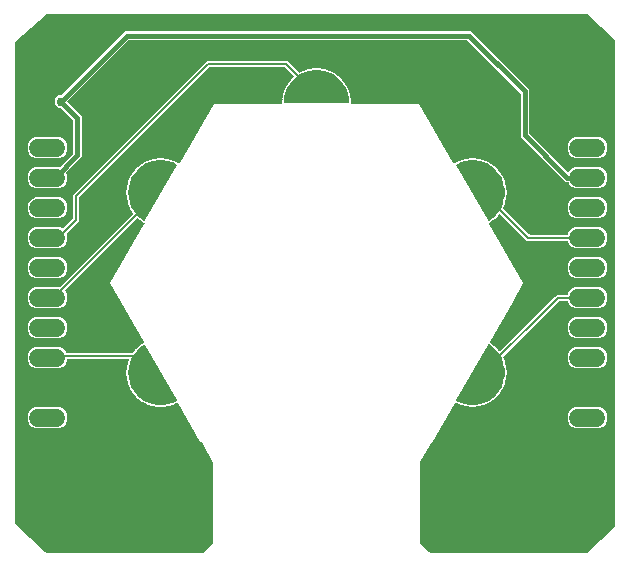
<source format=gbr>
G04 EAGLE Gerber RS-274X export*
G75*
%MOMM*%
%FSLAX34Y34*%
%LPD*%
%INTop Copper*%
%IPPOS*%
%AMOC8*
5,1,8,0,0,1.08239X$1,22.5*%
G01*
%ADD10C,1.000000*%
%ADD11C,1.524000*%
%ADD12C,0.406400*%
%ADD13C,0.750000*%
%ADD14C,0.203200*%

G36*
X-6333Y409998D02*
X-6333Y409998D01*
X-6165Y410005D01*
X-3988Y410333D01*
X-3955Y410344D01*
X-3920Y410346D01*
X-3839Y410381D01*
X-3754Y410408D01*
X-3726Y410429D01*
X-3694Y410443D01*
X-3632Y410492D01*
X-2989Y410492D01*
X-2956Y410498D01*
X-2875Y410501D01*
X-2242Y410596D01*
X-2175Y410569D01*
X-2096Y410529D01*
X-2062Y410524D01*
X-2030Y410511D01*
X-1863Y410492D01*
X339Y410492D01*
X373Y410498D01*
X408Y410495D01*
X494Y410518D01*
X582Y410532D01*
X612Y410548D01*
X646Y410557D01*
X715Y410597D01*
X1351Y410501D01*
X1384Y410501D01*
X1465Y410492D01*
X2105Y410492D01*
X2167Y410456D01*
X2239Y410404D01*
X2272Y410394D01*
X2302Y410376D01*
X2464Y410333D01*
X4641Y410005D01*
X4676Y410005D01*
X4710Y409998D01*
X4798Y410007D01*
X4887Y410008D01*
X4920Y410019D01*
X4954Y410023D01*
X5028Y410052D01*
X5643Y409862D01*
X5676Y409858D01*
X5754Y409837D01*
X6388Y409742D01*
X6443Y409696D01*
X6507Y409634D01*
X6538Y409619D01*
X6565Y409597D01*
X6719Y409531D01*
X8823Y408882D01*
X8857Y408877D01*
X8890Y408864D01*
X8979Y408860D01*
X9067Y408848D01*
X9101Y408854D01*
X9135Y408853D01*
X9213Y408871D01*
X9793Y408591D01*
X9824Y408582D01*
X9899Y408550D01*
X10510Y408361D01*
X10559Y408308D01*
X10612Y408237D01*
X10641Y408218D01*
X10664Y408192D01*
X10807Y408103D01*
X12791Y407148D01*
X12824Y407138D01*
X12854Y407121D01*
X12941Y407103D01*
X13027Y407078D01*
X13061Y407079D01*
X13095Y407073D01*
X13174Y407079D01*
X13706Y406716D01*
X13736Y406702D01*
X13805Y406659D01*
X14382Y406381D01*
X14421Y406322D01*
X14464Y406244D01*
X14489Y406220D01*
X14509Y406191D01*
X14636Y406082D01*
X16455Y404842D01*
X16487Y404827D01*
X16514Y404806D01*
X16598Y404775D01*
X16678Y404738D01*
X16713Y404734D01*
X16745Y404722D01*
X16825Y404716D01*
X17296Y404279D01*
X17324Y404260D01*
X17385Y404208D01*
X17914Y403847D01*
X17945Y403782D01*
X17975Y403699D01*
X17997Y403671D01*
X18012Y403640D01*
X18121Y403513D01*
X19736Y402015D01*
X19764Y401996D01*
X19788Y401971D01*
X19866Y401929D01*
X19941Y401879D01*
X19974Y401871D01*
X20004Y401854D01*
X20082Y401837D01*
X20483Y401333D01*
X20508Y401311D01*
X20561Y401250D01*
X21030Y400814D01*
X21051Y400746D01*
X21068Y400658D01*
X21073Y400651D01*
X21074Y400646D01*
X21087Y400624D01*
X21095Y400595D01*
X21185Y400453D01*
X22558Y398732D01*
X22584Y398709D01*
X22603Y398680D01*
X22674Y398626D01*
X22740Y398567D01*
X22772Y398553D01*
X22800Y398532D01*
X22874Y398503D01*
X23195Y397946D01*
X23216Y397920D01*
X23260Y397852D01*
X23659Y397351D01*
X23669Y397280D01*
X23673Y397191D01*
X23686Y397159D01*
X23691Y397125D01*
X23758Y396971D01*
X24859Y395064D01*
X24881Y395037D01*
X24896Y395006D01*
X24959Y394942D01*
X25015Y394874D01*
X25044Y394855D01*
X25069Y394831D01*
X25138Y394791D01*
X25373Y394192D01*
X25389Y394164D01*
X25422Y394089D01*
X25742Y393535D01*
X25742Y393463D01*
X25733Y393375D01*
X25740Y393341D01*
X25740Y393306D01*
X25784Y393144D01*
X26588Y391094D01*
X26606Y391065D01*
X26616Y391032D01*
X26669Y390959D01*
X26714Y390883D01*
X26740Y390860D01*
X26761Y390832D01*
X26823Y390783D01*
X26966Y390155D01*
X26978Y390125D01*
X27000Y390047D01*
X27233Y389451D01*
X27222Y389380D01*
X27200Y389294D01*
X27203Y389259D01*
X27197Y389225D01*
X27216Y389058D01*
X27706Y386911D01*
X27719Y386879D01*
X27725Y386845D01*
X27766Y386766D01*
X27799Y386684D01*
X27822Y386657D01*
X27838Y386627D01*
X27892Y386569D01*
X27940Y385927D01*
X27948Y385895D01*
X27957Y385814D01*
X28099Y385190D01*
X28078Y385121D01*
X28043Y385040D01*
X28041Y385005D01*
X28030Y384972D01*
X28024Y384804D01*
X28180Y382725D01*
X28195Y382664D01*
X28200Y382601D01*
X28223Y382545D01*
X28238Y382486D01*
X28263Y382446D01*
X28263Y381647D01*
X28266Y381626D01*
X28265Y381590D01*
X28313Y380943D01*
X28340Y380832D01*
X28364Y380720D01*
X28369Y380713D01*
X28371Y380704D01*
X28432Y380607D01*
X28491Y380509D01*
X28497Y380503D01*
X28502Y380496D01*
X28591Y380424D01*
X28678Y380349D01*
X28686Y380346D01*
X28693Y380340D01*
X28799Y380300D01*
X28906Y380257D01*
X28916Y380256D01*
X28923Y380254D01*
X28946Y380253D01*
X29072Y380239D01*
X85923Y380239D01*
X115050Y330306D01*
X115122Y330219D01*
X115192Y330130D01*
X115200Y330124D01*
X115207Y330116D01*
X115303Y330056D01*
X115397Y329994D01*
X115407Y329992D01*
X115416Y329986D01*
X115526Y329960D01*
X115635Y329932D01*
X115645Y329932D01*
X115655Y329930D01*
X115768Y329940D01*
X115880Y329948D01*
X115892Y329952D01*
X115900Y329953D01*
X115923Y329963D01*
X116039Y330004D01*
X116764Y330354D01*
X116782Y330366D01*
X116815Y330380D01*
X117497Y330775D01*
X117507Y330774D01*
X117568Y330788D01*
X117631Y330792D01*
X117714Y330822D01*
X117747Y330829D01*
X117762Y330839D01*
X117789Y330848D01*
X119664Y331752D01*
X119692Y331772D01*
X119724Y331785D01*
X119792Y331842D01*
X119865Y331893D01*
X119886Y331921D01*
X119912Y331944D01*
X119957Y332009D01*
X120572Y332200D01*
X120601Y332214D01*
X120677Y332241D01*
X121254Y332519D01*
X121326Y332513D01*
X121413Y332498D01*
X121448Y332503D01*
X121482Y332500D01*
X121647Y332532D01*
X123746Y333181D01*
X123777Y333196D01*
X123811Y333204D01*
X123887Y333251D01*
X123967Y333291D01*
X123991Y333315D01*
X124021Y333333D01*
X124074Y333392D01*
X124711Y333488D01*
X124742Y333498D01*
X124822Y333513D01*
X125434Y333703D01*
X125503Y333686D01*
X125588Y333658D01*
X125623Y333658D01*
X125656Y333650D01*
X125824Y333656D01*
X127997Y333985D01*
X128030Y333996D01*
X128064Y333999D01*
X128146Y334034D01*
X128231Y334061D01*
X128259Y334082D01*
X128291Y334095D01*
X128352Y334145D01*
X128996Y334145D01*
X129029Y334151D01*
X129110Y334154D01*
X129743Y334250D01*
X129809Y334223D01*
X129888Y334182D01*
X129923Y334177D01*
X129955Y334164D01*
X130122Y334146D01*
X132319Y334147D01*
X132354Y334153D01*
X132388Y334150D01*
X132474Y334173D01*
X132562Y334187D01*
X132593Y334203D01*
X132626Y334212D01*
X132695Y334252D01*
X133331Y334156D01*
X133364Y334157D01*
X133445Y334148D01*
X134085Y334148D01*
X134147Y334112D01*
X134219Y334060D01*
X134253Y334050D01*
X134282Y334032D01*
X134444Y333989D01*
X136618Y333663D01*
X136653Y333663D01*
X136686Y333656D01*
X136775Y333665D01*
X136864Y333666D01*
X136897Y333678D01*
X136931Y333681D01*
X137005Y333710D01*
X137620Y333521D01*
X137653Y333517D01*
X137731Y333496D01*
X138364Y333401D01*
X138420Y333356D01*
X138484Y333294D01*
X138515Y333279D01*
X138542Y333257D01*
X138696Y333190D01*
X140796Y332544D01*
X140830Y332539D01*
X140863Y332526D01*
X140952Y332522D01*
X141040Y332510D01*
X141074Y332517D01*
X141108Y332515D01*
X141186Y332533D01*
X141766Y332254D01*
X141798Y332245D01*
X141872Y332212D01*
X142484Y332024D01*
X142532Y331971D01*
X142586Y331900D01*
X142615Y331881D01*
X142638Y331855D01*
X142780Y331766D01*
X144761Y330814D01*
X144794Y330804D01*
X144824Y330787D01*
X144912Y330770D01*
X144997Y330744D01*
X145031Y330746D01*
X145065Y330739D01*
X145145Y330745D01*
X145677Y330383D01*
X145707Y330369D01*
X145775Y330326D01*
X146352Y330049D01*
X146392Y329989D01*
X146435Y329911D01*
X146460Y329887D01*
X146480Y329859D01*
X146607Y329749D01*
X148424Y328513D01*
X148455Y328498D01*
X148482Y328476D01*
X148566Y328446D01*
X148647Y328409D01*
X148681Y328405D01*
X148714Y328393D01*
X148793Y328387D01*
X149265Y327950D01*
X149293Y327932D01*
X149354Y327879D01*
X149883Y327519D01*
X149914Y327454D01*
X149944Y327370D01*
X149966Y327343D01*
X149981Y327312D01*
X150090Y327185D01*
X151702Y325691D01*
X151731Y325672D01*
X151755Y325647D01*
X151833Y325604D01*
X151907Y325555D01*
X151941Y325546D01*
X151971Y325530D01*
X152049Y325512D01*
X152450Y325009D01*
X152475Y324987D01*
X152528Y324926D01*
X152998Y324491D01*
X153018Y324422D01*
X153036Y324335D01*
X153053Y324305D01*
X153063Y324272D01*
X153153Y324130D01*
X154524Y322412D01*
X154550Y322389D01*
X154569Y322361D01*
X154641Y322307D01*
X154707Y322248D01*
X154738Y322234D01*
X154766Y322213D01*
X154840Y322184D01*
X155162Y321627D01*
X155183Y321601D01*
X155226Y321533D01*
X155626Y321032D01*
X155636Y320961D01*
X155641Y320873D01*
X155653Y320840D01*
X155658Y320806D01*
X155726Y320652D01*
X156826Y318750D01*
X156848Y318723D01*
X156863Y318692D01*
X156925Y318628D01*
X156981Y318560D01*
X157011Y318541D01*
X157035Y318516D01*
X157104Y318477D01*
X157339Y317878D01*
X157356Y317850D01*
X157389Y317775D01*
X157709Y317221D01*
X157709Y317149D01*
X157700Y317061D01*
X157708Y317027D01*
X157708Y316992D01*
X157751Y316830D01*
X158555Y314785D01*
X158573Y314755D01*
X158584Y314722D01*
X158636Y314650D01*
X158681Y314574D01*
X158708Y314551D01*
X158728Y314523D01*
X158790Y314474D01*
X158934Y313846D01*
X158946Y313816D01*
X158967Y313738D01*
X159202Y313142D01*
X159190Y313071D01*
X159168Y312985D01*
X159171Y312950D01*
X159166Y312916D01*
X159185Y312749D01*
X159675Y310607D01*
X159688Y310575D01*
X159694Y310541D01*
X159734Y310462D01*
X159768Y310379D01*
X159791Y310353D01*
X159807Y310322D01*
X159861Y310264D01*
X159909Y309622D01*
X159917Y309590D01*
X159926Y309510D01*
X160069Y308885D01*
X160047Y308817D01*
X160013Y308735D01*
X160010Y308701D01*
X160000Y308668D01*
X159994Y308500D01*
X160160Y306309D01*
X160168Y306275D01*
X160168Y306240D01*
X160197Y306156D01*
X160218Y306069D01*
X160236Y306040D01*
X160247Y306007D01*
X160292Y305942D01*
X160244Y305300D01*
X160247Y305267D01*
X160244Y305186D01*
X160293Y304548D01*
X160261Y304483D01*
X160215Y304407D01*
X160207Y304374D01*
X160192Y304342D01*
X160161Y304178D01*
X159998Y301986D01*
X160001Y301951D01*
X159996Y301917D01*
X160012Y301829D01*
X160020Y301741D01*
X160034Y301709D01*
X160040Y301675D01*
X160074Y301604D01*
X159931Y300976D01*
X159929Y300943D01*
X159915Y300863D01*
X159867Y300225D01*
X159826Y300166D01*
X159769Y300098D01*
X159756Y300066D01*
X159737Y300037D01*
X159682Y299879D01*
X159194Y297736D01*
X159192Y297701D01*
X159182Y297668D01*
X159184Y297579D01*
X159179Y297490D01*
X159188Y297457D01*
X159189Y297422D01*
X159212Y297346D01*
X158978Y296747D01*
X158971Y296715D01*
X158944Y296638D01*
X158802Y296014D01*
X158753Y295962D01*
X158686Y295903D01*
X158669Y295873D01*
X158645Y295847D01*
X158567Y295699D01*
X157765Y293653D01*
X157758Y293619D01*
X157743Y293587D01*
X157732Y293499D01*
X157714Y293412D01*
X157718Y293378D01*
X157714Y293343D01*
X157726Y293265D01*
X157422Y292738D01*
X157407Y292698D01*
X157383Y292661D01*
X157364Y292583D01*
X157335Y292508D01*
X157334Y292465D01*
X157323Y292422D01*
X157329Y292343D01*
X157326Y292262D01*
X157339Y292221D01*
X157342Y292177D01*
X157373Y292104D01*
X157396Y292027D01*
X157421Y291991D01*
X157438Y291951D01*
X157530Y291836D01*
X157538Y291825D01*
X157540Y291824D01*
X157543Y291820D01*
X179391Y269972D01*
X179465Y269919D01*
X179535Y269859D01*
X179565Y269847D01*
X179591Y269828D01*
X179678Y269801D01*
X179763Y269767D01*
X179804Y269763D01*
X179826Y269756D01*
X179858Y269757D01*
X179930Y269749D01*
X211626Y269749D01*
X211740Y269768D01*
X211857Y269785D01*
X211862Y269787D01*
X211868Y269788D01*
X211971Y269843D01*
X212076Y269896D01*
X212080Y269901D01*
X212086Y269904D01*
X212166Y269988D01*
X212248Y270072D01*
X212252Y270078D01*
X212255Y270082D01*
X212263Y270099D01*
X212329Y270219D01*
X213227Y272388D01*
X215800Y274961D01*
X219161Y276353D01*
X238039Y276353D01*
X241400Y274961D01*
X243973Y272388D01*
X245365Y269027D01*
X245365Y265389D01*
X243973Y262028D01*
X241400Y259455D01*
X238039Y258063D01*
X219161Y258063D01*
X215800Y259455D01*
X213227Y262028D01*
X212329Y264197D01*
X212267Y264297D01*
X212207Y264397D01*
X212203Y264401D01*
X212199Y264406D01*
X212109Y264481D01*
X212020Y264557D01*
X212015Y264559D01*
X212010Y264563D01*
X211901Y264605D01*
X211792Y264649D01*
X211785Y264650D01*
X211780Y264651D01*
X211762Y264652D01*
X211626Y264667D01*
X177510Y264667D01*
X154955Y287222D01*
X154904Y287259D01*
X154859Y287303D01*
X154805Y287330D01*
X154755Y287366D01*
X154695Y287384D01*
X154639Y287412D01*
X154578Y287420D01*
X154520Y287438D01*
X154457Y287436D01*
X154395Y287445D01*
X154335Y287433D01*
X154274Y287432D01*
X154215Y287410D01*
X154153Y287398D01*
X154100Y287368D01*
X154043Y287347D01*
X153994Y287308D01*
X153939Y287277D01*
X153877Y287214D01*
X153851Y287193D01*
X153841Y287179D01*
X153821Y287158D01*
X153176Y286348D01*
X153159Y286317D01*
X153135Y286292D01*
X153099Y286211D01*
X153056Y286133D01*
X153049Y286099D01*
X153035Y286067D01*
X153023Y285989D01*
X152552Y285551D01*
X152531Y285525D01*
X152474Y285467D01*
X152076Y284966D01*
X152009Y284941D01*
X151923Y284917D01*
X151894Y284897D01*
X151862Y284885D01*
X151727Y284785D01*
X150117Y283289D01*
X150096Y283261D01*
X150069Y283240D01*
X150021Y283165D01*
X149966Y283095D01*
X149955Y283062D01*
X149936Y283033D01*
X149913Y282957D01*
X149381Y282594D01*
X149358Y282571D01*
X149292Y282523D01*
X148823Y282087D01*
X148753Y282072D01*
X148665Y282061D01*
X148634Y282045D01*
X148600Y282038D01*
X148452Y281959D01*
X146733Y280786D01*
X146688Y280743D01*
X146636Y280707D01*
X146599Y280658D01*
X146555Y280616D01*
X146533Y280575D01*
X145842Y280175D01*
X145825Y280162D01*
X145794Y280145D01*
X145319Y279821D01*
X145235Y279740D01*
X145150Y279662D01*
X145146Y279656D01*
X145141Y279651D01*
X145087Y279548D01*
X145031Y279447D01*
X145030Y279440D01*
X145026Y279433D01*
X145008Y279318D01*
X144987Y279205D01*
X144988Y279198D01*
X144987Y279190D01*
X145006Y279076D01*
X145023Y278962D01*
X145026Y278953D01*
X145027Y278948D01*
X145037Y278930D01*
X145091Y278808D01*
X174374Y228608D01*
X165305Y212857D01*
X165296Y212830D01*
X165279Y212806D01*
X165265Y212736D01*
X165242Y212668D01*
X165245Y212639D01*
X165239Y212611D01*
X165246Y212576D01*
X145999Y178824D01*
X145993Y178808D01*
X145983Y178793D01*
X145950Y178693D01*
X145913Y178594D01*
X145913Y178576D01*
X145907Y178559D01*
X145909Y178453D01*
X145906Y178348D01*
X145911Y178331D01*
X145911Y178313D01*
X145946Y178214D01*
X145977Y178112D01*
X145987Y178098D01*
X145993Y178081D01*
X146058Y177998D01*
X146119Y177912D01*
X146133Y177901D01*
X146144Y177887D01*
X146279Y177788D01*
X146524Y177647D01*
X146528Y177638D01*
X146571Y177592D01*
X146606Y177539D01*
X146673Y177482D01*
X146695Y177458D01*
X146711Y177449D01*
X146733Y177430D01*
X148452Y176257D01*
X148483Y176242D01*
X148510Y176220D01*
X148594Y176190D01*
X148675Y176153D01*
X148709Y176149D01*
X148742Y176137D01*
X148821Y176131D01*
X149292Y175693D01*
X149320Y175675D01*
X149381Y175622D01*
X149910Y175261D01*
X149941Y175196D01*
X149971Y175113D01*
X149993Y175086D01*
X150007Y175054D01*
X150117Y174927D01*
X151727Y173431D01*
X151756Y173412D01*
X151780Y173387D01*
X151858Y173344D01*
X151932Y173295D01*
X151966Y173286D01*
X151996Y173270D01*
X152074Y173252D01*
X152474Y172749D01*
X152499Y172727D01*
X152552Y172665D01*
X153021Y172229D01*
X153041Y172161D01*
X153059Y172073D01*
X153076Y172043D01*
X153086Y172010D01*
X153176Y171868D01*
X153821Y171058D01*
X153868Y171016D01*
X153907Y170967D01*
X153958Y170934D01*
X154003Y170893D01*
X154061Y170868D01*
X154114Y170834D01*
X154173Y170819D01*
X154229Y170794D01*
X154291Y170789D01*
X154352Y170774D01*
X154413Y170778D01*
X154474Y170773D01*
X154535Y170788D01*
X154598Y170793D01*
X154654Y170817D01*
X154713Y170831D01*
X154766Y170865D01*
X154824Y170889D01*
X154893Y170945D01*
X154921Y170962D01*
X154932Y170976D01*
X154955Y170994D01*
X201198Y217237D01*
X201198Y217238D01*
X202910Y218949D01*
X211626Y218949D01*
X211740Y218968D01*
X211857Y218985D01*
X211862Y218987D01*
X211868Y218988D01*
X211971Y219043D01*
X212076Y219096D01*
X212080Y219101D01*
X212086Y219104D01*
X212166Y219188D01*
X212248Y219272D01*
X212252Y219278D01*
X212255Y219282D01*
X212263Y219299D01*
X212329Y219419D01*
X213227Y221588D01*
X215800Y224161D01*
X219161Y225553D01*
X238039Y225553D01*
X241400Y224161D01*
X243973Y221588D01*
X245365Y218227D01*
X245365Y214589D01*
X243973Y211228D01*
X241400Y208655D01*
X238039Y207263D01*
X219161Y207263D01*
X215800Y208655D01*
X213227Y211228D01*
X212329Y213397D01*
X212267Y213497D01*
X212207Y213597D01*
X212203Y213601D01*
X212199Y213606D01*
X212109Y213681D01*
X212020Y213757D01*
X212015Y213759D01*
X212010Y213763D01*
X211901Y213805D01*
X211792Y213849D01*
X211785Y213850D01*
X211780Y213851D01*
X211762Y213852D01*
X211626Y213867D01*
X205330Y213867D01*
X205240Y213853D01*
X205149Y213845D01*
X205119Y213833D01*
X205087Y213828D01*
X205006Y213785D01*
X204922Y213749D01*
X204890Y213723D01*
X204870Y213712D01*
X204847Y213689D01*
X204791Y213644D01*
X157543Y166396D01*
X157518Y166361D01*
X157486Y166331D01*
X157446Y166261D01*
X157400Y166196D01*
X157387Y166155D01*
X157366Y166117D01*
X157351Y166038D01*
X157327Y165961D01*
X157328Y165918D01*
X157320Y165875D01*
X157332Y165796D01*
X157334Y165715D01*
X157349Y165674D01*
X157355Y165631D01*
X157414Y165497D01*
X157418Y165484D01*
X157420Y165482D01*
X157422Y165478D01*
X157724Y164954D01*
X157723Y164882D01*
X157714Y164794D01*
X157722Y164760D01*
X157722Y164725D01*
X157765Y164563D01*
X158567Y162517D01*
X158585Y162487D01*
X158595Y162454D01*
X158647Y162382D01*
X158693Y162306D01*
X158719Y162283D01*
X158739Y162255D01*
X158801Y162205D01*
X158944Y161578D01*
X158957Y161547D01*
X158978Y161469D01*
X159211Y160873D01*
X159200Y160802D01*
X159178Y160716D01*
X159180Y160681D01*
X159175Y160647D01*
X159194Y160480D01*
X159682Y158337D01*
X159695Y158305D01*
X159700Y158271D01*
X159741Y158192D01*
X159774Y158110D01*
X159797Y158083D01*
X159813Y158053D01*
X159867Y157994D01*
X159915Y157353D01*
X159922Y157321D01*
X159931Y157240D01*
X160074Y156616D01*
X160052Y156547D01*
X160017Y156465D01*
X160015Y156431D01*
X160004Y156398D01*
X159998Y156230D01*
X160161Y154039D01*
X160169Y154005D01*
X160169Y153970D01*
X160198Y153886D01*
X160218Y153799D01*
X160237Y153770D01*
X160248Y153737D01*
X160293Y153672D01*
X160244Y153030D01*
X160247Y152997D01*
X160244Y152916D01*
X160292Y152277D01*
X160260Y152213D01*
X160214Y152137D01*
X160206Y152103D01*
X160191Y152072D01*
X160160Y151907D01*
X159994Y149716D01*
X159997Y149681D01*
X159992Y149647D01*
X160008Y149560D01*
X160015Y149471D01*
X160029Y149439D01*
X160035Y149405D01*
X160070Y149334D01*
X159926Y148706D01*
X159924Y148673D01*
X159909Y148594D01*
X159861Y147955D01*
X159820Y147896D01*
X159806Y147879D01*
X159786Y147858D01*
X159783Y147852D01*
X159763Y147828D01*
X159750Y147796D01*
X159730Y147767D01*
X159691Y147654D01*
X159682Y147635D01*
X159681Y147626D01*
X159675Y147609D01*
X159185Y145467D01*
X159183Y145432D01*
X159173Y145399D01*
X159175Y145310D01*
X159169Y145221D01*
X159178Y145188D01*
X159179Y145153D01*
X159203Y145077D01*
X158967Y144478D01*
X158960Y144446D01*
X158934Y144370D01*
X158791Y143745D01*
X158742Y143693D01*
X158675Y143634D01*
X158657Y143604D01*
X158634Y143579D01*
X158555Y143431D01*
X157751Y141385D01*
X157744Y141352D01*
X157729Y141320D01*
X157718Y141232D01*
X157700Y141145D01*
X157703Y141111D01*
X157699Y141076D01*
X157711Y140998D01*
X157389Y140441D01*
X157377Y140410D01*
X157339Y140338D01*
X157105Y139742D01*
X157049Y139698D01*
X156974Y139650D01*
X156952Y139623D01*
X156925Y139601D01*
X156841Y139487D01*
X156838Y139484D01*
X156837Y139482D01*
X156826Y139466D01*
X155726Y137564D01*
X155713Y137531D01*
X155694Y137502D01*
X155670Y137417D01*
X155638Y137333D01*
X155637Y137299D01*
X155628Y137265D01*
X155628Y137186D01*
X155226Y136683D01*
X155210Y136654D01*
X155162Y136589D01*
X154842Y136035D01*
X154779Y136000D01*
X154698Y135963D01*
X154673Y135939D01*
X154643Y135922D01*
X154524Y135804D01*
X153153Y134086D01*
X153136Y134056D01*
X153112Y134030D01*
X153076Y133949D01*
X153032Y133872D01*
X153026Y133838D01*
X153012Y133806D01*
X153000Y133727D01*
X152528Y133290D01*
X152508Y133264D01*
X152450Y133207D01*
X152051Y132706D01*
X151984Y132681D01*
X151898Y132657D01*
X151870Y132637D01*
X151837Y132625D01*
X151702Y132525D01*
X150090Y131031D01*
X150069Y131004D01*
X150042Y130982D01*
X149994Y130907D01*
X149939Y130837D01*
X149928Y130804D01*
X149909Y130775D01*
X149886Y130699D01*
X149354Y130337D01*
X149330Y130314D01*
X149265Y130266D01*
X148795Y129831D01*
X148725Y129815D01*
X148637Y129804D01*
X148606Y129789D01*
X148572Y129782D01*
X148424Y129703D01*
X146607Y128467D01*
X146582Y128443D01*
X146552Y128425D01*
X146493Y128358D01*
X146429Y128297D01*
X146413Y128266D01*
X146390Y128240D01*
X146355Y128169D01*
X145775Y127890D01*
X145748Y127871D01*
X145677Y127833D01*
X145147Y127473D01*
X145076Y127468D01*
X144987Y127470D01*
X144954Y127460D01*
X144919Y127458D01*
X144761Y127402D01*
X142780Y126450D01*
X142752Y126430D01*
X142720Y126417D01*
X142652Y126360D01*
X142579Y126309D01*
X142558Y126281D01*
X142532Y126259D01*
X142487Y126193D01*
X141872Y126004D01*
X141842Y125989D01*
X141766Y125962D01*
X141189Y125685D01*
X141117Y125691D01*
X141030Y125706D01*
X140995Y125701D01*
X140961Y125704D01*
X140796Y125672D01*
X138696Y125026D01*
X138665Y125011D01*
X138631Y125003D01*
X138555Y124956D01*
X138475Y124917D01*
X138451Y124892D01*
X138421Y124874D01*
X138367Y124816D01*
X137731Y124720D01*
X137699Y124710D01*
X137620Y124695D01*
X137008Y124506D01*
X136938Y124523D01*
X136854Y124551D01*
X136819Y124551D01*
X136785Y124559D01*
X136618Y124553D01*
X134444Y124227D01*
X134411Y124216D01*
X134377Y124213D01*
X134295Y124179D01*
X134210Y124151D01*
X134182Y124131D01*
X134150Y124117D01*
X134088Y124068D01*
X133445Y124068D01*
X133412Y124063D01*
X133331Y124060D01*
X132698Y123965D01*
X132632Y123991D01*
X132552Y124032D01*
X132518Y124037D01*
X132486Y124050D01*
X132319Y124069D01*
X130122Y124070D01*
X130087Y124065D01*
X130053Y124067D01*
X129967Y124045D01*
X129879Y124031D01*
X129848Y124014D01*
X129815Y124006D01*
X129746Y123966D01*
X129110Y124062D01*
X129077Y124062D01*
X128996Y124071D01*
X128356Y124071D01*
X128294Y124108D01*
X128222Y124160D01*
X128189Y124170D01*
X128159Y124187D01*
X127997Y124231D01*
X125824Y124560D01*
X125789Y124559D01*
X125755Y124567D01*
X125667Y124558D01*
X125578Y124557D01*
X125545Y124545D01*
X125511Y124542D01*
X125437Y124513D01*
X124822Y124703D01*
X124789Y124707D01*
X124711Y124728D01*
X124078Y124824D01*
X124022Y124869D01*
X123958Y124931D01*
X123927Y124946D01*
X123900Y124968D01*
X123746Y125035D01*
X121647Y125684D01*
X121613Y125689D01*
X121580Y125701D01*
X121491Y125706D01*
X121403Y125718D01*
X121369Y125711D01*
X121335Y125713D01*
X121257Y125695D01*
X120677Y125975D01*
X120646Y125984D01*
X120572Y126016D01*
X119960Y126206D01*
X119911Y126259D01*
X119858Y126330D01*
X119829Y126349D01*
X119806Y126375D01*
X119664Y126464D01*
X117789Y127368D01*
X117729Y127386D01*
X117672Y127413D01*
X117612Y127420D01*
X117554Y127437D01*
X117492Y127435D01*
X117424Y127456D01*
X117329Y127492D01*
X117307Y127493D01*
X117286Y127500D01*
X117185Y127498D01*
X117083Y127502D01*
X117062Y127495D01*
X117040Y127495D01*
X116945Y127461D01*
X116847Y127432D01*
X116829Y127419D01*
X116808Y127412D01*
X116729Y127349D01*
X116646Y127291D01*
X116633Y127273D01*
X116615Y127259D01*
X116517Y127123D01*
X97434Y93660D01*
X97237Y93790D01*
X97179Y93811D01*
X97124Y93840D01*
X97098Y93841D01*
X97074Y93849D01*
X97013Y93843D01*
X96951Y93844D01*
X96927Y93834D01*
X96902Y93831D01*
X96850Y93798D01*
X96793Y93771D01*
X96775Y93750D01*
X96756Y93738D01*
X96737Y93706D01*
X96698Y93662D01*
X87046Y76898D01*
X87039Y76874D01*
X87025Y76855D01*
X87007Y76766D01*
X86997Y76732D01*
X86998Y76723D01*
X86996Y76713D01*
X86978Y75323D01*
X86969Y75307D01*
X86930Y75202D01*
X86887Y75097D01*
X86886Y75084D01*
X86883Y75077D01*
X86882Y75052D01*
X86869Y74930D01*
X86869Y66804D01*
X86742Y56901D01*
X86742Y56899D01*
X86742Y56896D01*
X86742Y56642D01*
X86753Y56592D01*
X86755Y56541D01*
X86773Y56509D01*
X86781Y56473D01*
X86814Y56434D01*
X86838Y56389D01*
X86868Y56368D01*
X86869Y56367D01*
X86869Y8890D01*
X86884Y8800D01*
X86891Y8709D01*
X86903Y8679D01*
X86909Y8647D01*
X86928Y8611D01*
X86930Y8603D01*
X86951Y8566D01*
X86987Y8483D01*
X87013Y8451D01*
X87024Y8430D01*
X87045Y8410D01*
X87056Y8392D01*
X87069Y8380D01*
X87092Y8352D01*
X94712Y732D01*
X94786Y679D01*
X94855Y619D01*
X94885Y607D01*
X94911Y588D01*
X94998Y561D01*
X95083Y527D01*
X95124Y523D01*
X95147Y516D01*
X95179Y517D01*
X95250Y509D01*
X228664Y509D01*
X228744Y522D01*
X228826Y526D01*
X228865Y542D01*
X228906Y549D01*
X228979Y587D01*
X229055Y617D01*
X229099Y650D01*
X229124Y664D01*
X229144Y685D01*
X229189Y719D01*
X251985Y22430D01*
X252046Y22510D01*
X252111Y22586D01*
X252120Y22608D01*
X252133Y22626D01*
X252165Y22721D01*
X252203Y22814D01*
X252206Y22843D01*
X252211Y22859D01*
X252211Y22892D01*
X252221Y22981D01*
X252221Y434098D01*
X252204Y434207D01*
X252189Y434316D01*
X252184Y434328D01*
X252182Y434341D01*
X252130Y434438D01*
X252082Y434537D01*
X252071Y434549D01*
X252066Y434558D01*
X252046Y434578D01*
X251971Y434663D01*
X227841Y456495D01*
X227780Y456534D01*
X227725Y456581D01*
X227677Y456600D01*
X227634Y456628D01*
X227564Y456646D01*
X227497Y456673D01*
X227427Y456681D01*
X227396Y456688D01*
X227372Y456687D01*
X227330Y456691D01*
X-228600Y456691D01*
X-228671Y456680D01*
X-228744Y456678D01*
X-228792Y456660D01*
X-228843Y456652D01*
X-228907Y456618D01*
X-228975Y456593D01*
X-229032Y456551D01*
X-229060Y456536D01*
X-229077Y456519D01*
X-229111Y456495D01*
X-255781Y432365D01*
X-255849Y432279D01*
X-255921Y432195D01*
X-255926Y432183D01*
X-255934Y432172D01*
X-255972Y432069D01*
X-256013Y431967D01*
X-256015Y431951D01*
X-256018Y431941D01*
X-256019Y431913D01*
X-256031Y431800D01*
X-256031Y25400D01*
X-256015Y25301D01*
X-256005Y25201D01*
X-255995Y25180D01*
X-255992Y25157D01*
X-255945Y25069D01*
X-255903Y24977D01*
X-255885Y24955D01*
X-255876Y24940D01*
X-255853Y24917D01*
X-255795Y24849D01*
X-230459Y719D01*
X-230391Y673D01*
X-230328Y619D01*
X-230290Y604D01*
X-230255Y580D01*
X-230176Y558D01*
X-230100Y527D01*
X-230046Y521D01*
X-230019Y514D01*
X-229990Y515D01*
X-229934Y509D01*
X-96520Y509D01*
X-96430Y524D01*
X-96339Y531D01*
X-96309Y543D01*
X-96277Y549D01*
X-96197Y591D01*
X-96113Y627D01*
X-96081Y653D01*
X-96060Y664D01*
X-96038Y687D01*
X-95982Y732D01*
X-88362Y8352D01*
X-88319Y8412D01*
X-88278Y8454D01*
X-88271Y8470D01*
X-88249Y8495D01*
X-88237Y8525D01*
X-88218Y8551D01*
X-88191Y8638D01*
X-88184Y8657D01*
X-88174Y8677D01*
X-88174Y8682D01*
X-88157Y8723D01*
X-88153Y8764D01*
X-88146Y8787D01*
X-88147Y8819D01*
X-88139Y8890D01*
X-88139Y74930D01*
X-88157Y75041D01*
X-88172Y75153D01*
X-88177Y75165D01*
X-88179Y75173D01*
X-88190Y75195D01*
X-88239Y75307D01*
X-88313Y75438D01*
X-88314Y76505D01*
X-88320Y76529D01*
X-88318Y76553D01*
X-88346Y76639D01*
X-88354Y76674D01*
X-88360Y76680D01*
X-88363Y76690D01*
X-98049Y93975D01*
X-98051Y93977D01*
X-98051Y93979D01*
X-98178Y94199D01*
X-98213Y94237D01*
X-98241Y94280D01*
X-98272Y94299D01*
X-98297Y94326D01*
X-98345Y94344D01*
X-98388Y94370D01*
X-98425Y94373D01*
X-98459Y94386D01*
X-98510Y94381D01*
X-98561Y94386D01*
X-98601Y94372D01*
X-98632Y94369D01*
X-98658Y94352D01*
X-98698Y94338D01*
X-98994Y94168D01*
X-117764Y127083D01*
X-117778Y127101D01*
X-117787Y127121D01*
X-117855Y127196D01*
X-117919Y127274D01*
X-117938Y127286D01*
X-117952Y127303D01*
X-118041Y127352D01*
X-118126Y127406D01*
X-118148Y127412D01*
X-118167Y127422D01*
X-118267Y127441D01*
X-118365Y127465D01*
X-118387Y127463D01*
X-118409Y127467D01*
X-118510Y127453D01*
X-118610Y127445D01*
X-118631Y127436D01*
X-118653Y127433D01*
X-118806Y127365D01*
X-119021Y127241D01*
X-119031Y127242D01*
X-119092Y127228D01*
X-119155Y127224D01*
X-119239Y127194D01*
X-119271Y127187D01*
X-119286Y127177D01*
X-119313Y127168D01*
X-121188Y126264D01*
X-121216Y126244D01*
X-121248Y126231D01*
X-121316Y126174D01*
X-121389Y126123D01*
X-121410Y126095D01*
X-121436Y126072D01*
X-121481Y126007D01*
X-122096Y125816D01*
X-122125Y125802D01*
X-122201Y125775D01*
X-122778Y125497D01*
X-122850Y125503D01*
X-122937Y125518D01*
X-122972Y125513D01*
X-123006Y125516D01*
X-123171Y125484D01*
X-125270Y124835D01*
X-125301Y124820D01*
X-125335Y124812D01*
X-125411Y124765D01*
X-125491Y124725D01*
X-125515Y124701D01*
X-125545Y124683D01*
X-125598Y124624D01*
X-126235Y124528D01*
X-126266Y124518D01*
X-126346Y124503D01*
X-126958Y124313D01*
X-127027Y124330D01*
X-127112Y124358D01*
X-127147Y124358D01*
X-127180Y124366D01*
X-127348Y124360D01*
X-129521Y124031D01*
X-129554Y124020D01*
X-129588Y124017D01*
X-129670Y123982D01*
X-129755Y123955D01*
X-129783Y123934D01*
X-129815Y123921D01*
X-129876Y123871D01*
X-130520Y123871D01*
X-130553Y123865D01*
X-130634Y123862D01*
X-131267Y123766D01*
X-131333Y123793D01*
X-131412Y123834D01*
X-131447Y123839D01*
X-131479Y123852D01*
X-131646Y123870D01*
X-133843Y123869D01*
X-133878Y123863D01*
X-133912Y123866D01*
X-133998Y123843D01*
X-134086Y123829D01*
X-134117Y123813D01*
X-134150Y123804D01*
X-134219Y123764D01*
X-134855Y123860D01*
X-134888Y123859D01*
X-134969Y123868D01*
X-135609Y123868D01*
X-135671Y123904D01*
X-135743Y123956D01*
X-135777Y123966D01*
X-135806Y123984D01*
X-135968Y124027D01*
X-138142Y124353D01*
X-138177Y124353D01*
X-138210Y124360D01*
X-138299Y124351D01*
X-138388Y124350D01*
X-138421Y124338D01*
X-138455Y124335D01*
X-138529Y124306D01*
X-139144Y124495D01*
X-139177Y124499D01*
X-139255Y124520D01*
X-139888Y124615D01*
X-139944Y124660D01*
X-140008Y124722D01*
X-140039Y124737D01*
X-140066Y124759D01*
X-140220Y124826D01*
X-142320Y125472D01*
X-142354Y125477D01*
X-142387Y125490D01*
X-142476Y125494D01*
X-142564Y125506D01*
X-142598Y125499D01*
X-142632Y125501D01*
X-142710Y125483D01*
X-143290Y125762D01*
X-143322Y125771D01*
X-143396Y125804D01*
X-144008Y125992D01*
X-144056Y126045D01*
X-144110Y126116D01*
X-144139Y126135D01*
X-144162Y126161D01*
X-144304Y126250D01*
X-146285Y127202D01*
X-146318Y127212D01*
X-146348Y127229D01*
X-146436Y127246D01*
X-146521Y127272D01*
X-146555Y127270D01*
X-146589Y127277D01*
X-146669Y127271D01*
X-147201Y127633D01*
X-147231Y127647D01*
X-147299Y127690D01*
X-147876Y127967D01*
X-147916Y128027D01*
X-147959Y128105D01*
X-147970Y128116D01*
X-147978Y128128D01*
X-147993Y128141D01*
X-148004Y128157D01*
X-148131Y128267D01*
X-149948Y129503D01*
X-149979Y129518D01*
X-150006Y129540D01*
X-150090Y129570D01*
X-150171Y129607D01*
X-150205Y129611D01*
X-150238Y129623D01*
X-150317Y129629D01*
X-150789Y130066D01*
X-150816Y130084D01*
X-150878Y130137D01*
X-151407Y130497D01*
X-151438Y130562D01*
X-151468Y130646D01*
X-151490Y130673D01*
X-151505Y130704D01*
X-151614Y130831D01*
X-153226Y132325D01*
X-153255Y132344D01*
X-153279Y132369D01*
X-153357Y132412D01*
X-153431Y132461D01*
X-153465Y132470D01*
X-153495Y132486D01*
X-153573Y132504D01*
X-153974Y133007D01*
X-153999Y133029D01*
X-154052Y133090D01*
X-154522Y133525D01*
X-154542Y133594D01*
X-154560Y133681D01*
X-154577Y133711D01*
X-154587Y133744D01*
X-154677Y133886D01*
X-156048Y135604D01*
X-156074Y135627D01*
X-156093Y135655D01*
X-156165Y135709D01*
X-156231Y135768D01*
X-156262Y135782D01*
X-156290Y135803D01*
X-156364Y135832D01*
X-156686Y136389D01*
X-156707Y136415D01*
X-156750Y136483D01*
X-157150Y136984D01*
X-157160Y137055D01*
X-157165Y137143D01*
X-157177Y137176D01*
X-157182Y137210D01*
X-157250Y137364D01*
X-158350Y139266D01*
X-158372Y139293D01*
X-158387Y139324D01*
X-158449Y139388D01*
X-158505Y139456D01*
X-158535Y139475D01*
X-158559Y139500D01*
X-158628Y139539D01*
X-158863Y140138D01*
X-158880Y140166D01*
X-158913Y140241D01*
X-159233Y140795D01*
X-159233Y140867D01*
X-159224Y140955D01*
X-159232Y140989D01*
X-159232Y141024D01*
X-159275Y141186D01*
X-160079Y143231D01*
X-160097Y143261D01*
X-160108Y143294D01*
X-160160Y143366D01*
X-160205Y143442D01*
X-160232Y143465D01*
X-160252Y143493D01*
X-160314Y143542D01*
X-160458Y144170D01*
X-160470Y144200D01*
X-160491Y144278D01*
X-160726Y144874D01*
X-160714Y144945D01*
X-160692Y145031D01*
X-160695Y145066D01*
X-160690Y145100D01*
X-160709Y145267D01*
X-161199Y147409D01*
X-161212Y147441D01*
X-161218Y147475D01*
X-161258Y147554D01*
X-161292Y147637D01*
X-161315Y147663D01*
X-161331Y147694D01*
X-161385Y147752D01*
X-161433Y148394D01*
X-161441Y148426D01*
X-161450Y148506D01*
X-161593Y149131D01*
X-161571Y149199D01*
X-161537Y149281D01*
X-161534Y149315D01*
X-161524Y149348D01*
X-161518Y149516D01*
X-161684Y151707D01*
X-161692Y151741D01*
X-161692Y151776D01*
X-161721Y151860D01*
X-161742Y151947D01*
X-161760Y151976D01*
X-161771Y152009D01*
X-161816Y152074D01*
X-161768Y152716D01*
X-161771Y152749D01*
X-161770Y152782D01*
X-161768Y152798D01*
X-161769Y152803D01*
X-161768Y152830D01*
X-161817Y153468D01*
X-161785Y153533D01*
X-161739Y153609D01*
X-161731Y153643D01*
X-161716Y153674D01*
X-161685Y153839D01*
X-161522Y156030D01*
X-161525Y156065D01*
X-161520Y156099D01*
X-161536Y156187D01*
X-161544Y156275D01*
X-161558Y156307D01*
X-161564Y156341D01*
X-161598Y156412D01*
X-161455Y157040D01*
X-161453Y157073D01*
X-161439Y157153D01*
X-161391Y157791D01*
X-161350Y157850D01*
X-161293Y157918D01*
X-161280Y157950D01*
X-161261Y157979D01*
X-161206Y158137D01*
X-160718Y160280D01*
X-160716Y160315D01*
X-160706Y160348D01*
X-160708Y160437D01*
X-160703Y160526D01*
X-160712Y160559D01*
X-160713Y160594D01*
X-160736Y160670D01*
X-160502Y161269D01*
X-160495Y161301D01*
X-160468Y161378D01*
X-160326Y162002D01*
X-160277Y162054D01*
X-160210Y162113D01*
X-160193Y162143D01*
X-160169Y162169D01*
X-160091Y162317D01*
X-159707Y163298D01*
X-159699Y163336D01*
X-159682Y163371D01*
X-159673Y163456D01*
X-159655Y163539D01*
X-159659Y163577D01*
X-159655Y163615D01*
X-159673Y163699D01*
X-159683Y163783D01*
X-159699Y163818D01*
X-159707Y163856D01*
X-159751Y163929D01*
X-159787Y164006D01*
X-159814Y164034D01*
X-159834Y164067D01*
X-159898Y164122D01*
X-159957Y164184D01*
X-159991Y164202D01*
X-160021Y164227D01*
X-160100Y164259D01*
X-160175Y164298D01*
X-160213Y164304D01*
X-160249Y164319D01*
X-160415Y164337D01*
X-211100Y164337D01*
X-211214Y164318D01*
X-211330Y164301D01*
X-211336Y164299D01*
X-211342Y164298D01*
X-211445Y164243D01*
X-211550Y164190D01*
X-211554Y164185D01*
X-211560Y164182D01*
X-211639Y164098D01*
X-211722Y164014D01*
X-211726Y164008D01*
X-211729Y164004D01*
X-211737Y163987D01*
X-211803Y163867D01*
X-213227Y160428D01*
X-215800Y157855D01*
X-219161Y156463D01*
X-238039Y156463D01*
X-241400Y157855D01*
X-243973Y160428D01*
X-245365Y163789D01*
X-245365Y167427D01*
X-243973Y170788D01*
X-241400Y173361D01*
X-238039Y174753D01*
X-219161Y174753D01*
X-215800Y173361D01*
X-213227Y170788D01*
X-212855Y169889D01*
X-212793Y169789D01*
X-212733Y169689D01*
X-212729Y169685D01*
X-212725Y169680D01*
X-212636Y169605D01*
X-212546Y169529D01*
X-212541Y169527D01*
X-212536Y169523D01*
X-212428Y169481D01*
X-212318Y169437D01*
X-212311Y169436D01*
X-212306Y169435D01*
X-212288Y169434D01*
X-212152Y169419D01*
X-156998Y169419D01*
X-156931Y169430D01*
X-156864Y169431D01*
X-156811Y169449D01*
X-156756Y169458D01*
X-156696Y169490D01*
X-156632Y169513D01*
X-156588Y169547D01*
X-156538Y169574D01*
X-156492Y169623D01*
X-156438Y169665D01*
X-156406Y169708D01*
X-156401Y169709D01*
X-156324Y169753D01*
X-156243Y169790D01*
X-156217Y169813D01*
X-156187Y169830D01*
X-156069Y169949D01*
X-154700Y171668D01*
X-154683Y171699D01*
X-154659Y171724D01*
X-154623Y171805D01*
X-154580Y171883D01*
X-154573Y171917D01*
X-154559Y171949D01*
X-154547Y172027D01*
X-154076Y172465D01*
X-154055Y172491D01*
X-153998Y172549D01*
X-153600Y173050D01*
X-153533Y173075D01*
X-153447Y173099D01*
X-153418Y173119D01*
X-153386Y173131D01*
X-153251Y173231D01*
X-151641Y174727D01*
X-151620Y174755D01*
X-151593Y174776D01*
X-151545Y174851D01*
X-151490Y174921D01*
X-151479Y174954D01*
X-151460Y174983D01*
X-151437Y175059D01*
X-150905Y175422D01*
X-150882Y175445D01*
X-150816Y175493D01*
X-150347Y175929D01*
X-150277Y175944D01*
X-150189Y175955D01*
X-150158Y175971D01*
X-150124Y175978D01*
X-149976Y176057D01*
X-148257Y177230D01*
X-148212Y177273D01*
X-148160Y177309D01*
X-148123Y177358D01*
X-148079Y177400D01*
X-148057Y177441D01*
X-147527Y177748D01*
X-147513Y177759D01*
X-147497Y177766D01*
X-147418Y177837D01*
X-147336Y177904D01*
X-147327Y177919D01*
X-147314Y177931D01*
X-147262Y178023D01*
X-147206Y178112D01*
X-147202Y178130D01*
X-147193Y178145D01*
X-147173Y178249D01*
X-147148Y178352D01*
X-147150Y178369D01*
X-147147Y178387D01*
X-147161Y178491D01*
X-147170Y178597D01*
X-147177Y178613D01*
X-147180Y178630D01*
X-147246Y178784D01*
X-175651Y228596D01*
X-146433Y278684D01*
X-146391Y278792D01*
X-146348Y278900D01*
X-146348Y278907D01*
X-146345Y278914D01*
X-146340Y279029D01*
X-146333Y279145D01*
X-146335Y279152D01*
X-146335Y279160D01*
X-146367Y279270D01*
X-146397Y279383D01*
X-146401Y279389D01*
X-146404Y279396D01*
X-146470Y279491D01*
X-146534Y279587D01*
X-146541Y279593D01*
X-146544Y279598D01*
X-146561Y279610D01*
X-146661Y279697D01*
X-147318Y280145D01*
X-147337Y280154D01*
X-147366Y280175D01*
X-148048Y280569D01*
X-148052Y280578D01*
X-148095Y280624D01*
X-148130Y280677D01*
X-148197Y280734D01*
X-148219Y280758D01*
X-148235Y280767D01*
X-148257Y280786D01*
X-149976Y281959D01*
X-150007Y281974D01*
X-150034Y281995D01*
X-150118Y282026D01*
X-150199Y282063D01*
X-150233Y282067D01*
X-150266Y282079D01*
X-150345Y282085D01*
X-150816Y282523D01*
X-150844Y282541D01*
X-150905Y282594D01*
X-151434Y282955D01*
X-151465Y283020D01*
X-151495Y283103D01*
X-151517Y283131D01*
X-151532Y283162D01*
X-151641Y283289D01*
X-151832Y283466D01*
X-151837Y283469D01*
X-151840Y283474D01*
X-151939Y283537D01*
X-152037Y283602D01*
X-152042Y283604D01*
X-152047Y283607D01*
X-152161Y283636D01*
X-152274Y283666D01*
X-152280Y283665D01*
X-152286Y283667D01*
X-152403Y283658D01*
X-152520Y283650D01*
X-152525Y283648D01*
X-152531Y283648D01*
X-152638Y283602D01*
X-152747Y283558D01*
X-152752Y283554D01*
X-152757Y283551D01*
X-152888Y283447D01*
X-213449Y222886D01*
X-213460Y222870D01*
X-213476Y222857D01*
X-213532Y222770D01*
X-213592Y222686D01*
X-213598Y222667D01*
X-213609Y222650D01*
X-213634Y222550D01*
X-213665Y222451D01*
X-213664Y222431D01*
X-213669Y222412D01*
X-213661Y222309D01*
X-213658Y222205D01*
X-213652Y222187D01*
X-213650Y222167D01*
X-213610Y222072D01*
X-213574Y221974D01*
X-213561Y221959D01*
X-213554Y221940D01*
X-213449Y221809D01*
X-213227Y221588D01*
X-211835Y218227D01*
X-211835Y214589D01*
X-213227Y211228D01*
X-215800Y208655D01*
X-219161Y207263D01*
X-238039Y207263D01*
X-241400Y208655D01*
X-243973Y211228D01*
X-245365Y214589D01*
X-245365Y218227D01*
X-243973Y221588D01*
X-241400Y224161D01*
X-238039Y225553D01*
X-219161Y225553D01*
X-218788Y225398D01*
X-218675Y225372D01*
X-218561Y225343D01*
X-218554Y225343D01*
X-218548Y225342D01*
X-218432Y225353D01*
X-218315Y225362D01*
X-218310Y225364D01*
X-218303Y225365D01*
X-218196Y225413D01*
X-218089Y225458D01*
X-218083Y225463D01*
X-218079Y225465D01*
X-218065Y225478D01*
X-217958Y225563D01*
X-156373Y287148D01*
X-156348Y287183D01*
X-156316Y287212D01*
X-156277Y287282D01*
X-156230Y287347D01*
X-156217Y287389D01*
X-156196Y287427D01*
X-156181Y287506D01*
X-156158Y287582D01*
X-156159Y287626D01*
X-156151Y287669D01*
X-156162Y287748D01*
X-156164Y287828D01*
X-156179Y287869D01*
X-156185Y287913D01*
X-156244Y288047D01*
X-156248Y288059D01*
X-156250Y288062D01*
X-156252Y288066D01*
X-156706Y288853D01*
X-156727Y288879D01*
X-156770Y288947D01*
X-157169Y289448D01*
X-157179Y289519D01*
X-157183Y289608D01*
X-157196Y289640D01*
X-157201Y289675D01*
X-157268Y289828D01*
X-158366Y291732D01*
X-158388Y291759D01*
X-158403Y291790D01*
X-158465Y291854D01*
X-158522Y291923D01*
X-158551Y291941D01*
X-158575Y291966D01*
X-158644Y292005D01*
X-158879Y292605D01*
X-158896Y292633D01*
X-158928Y292707D01*
X-159248Y293262D01*
X-159247Y293334D01*
X-159238Y293422D01*
X-159246Y293456D01*
X-159246Y293491D01*
X-159289Y293653D01*
X-160091Y295699D01*
X-160109Y295729D01*
X-160119Y295762D01*
X-160171Y295834D01*
X-160217Y295910D01*
X-160243Y295933D01*
X-160263Y295961D01*
X-160325Y296011D01*
X-160468Y296638D01*
X-160481Y296669D01*
X-160502Y296747D01*
X-160735Y297343D01*
X-160724Y297414D01*
X-160702Y297500D01*
X-160704Y297535D01*
X-160699Y297569D01*
X-160718Y297736D01*
X-161206Y299879D01*
X-161219Y299911D01*
X-161224Y299945D01*
X-161265Y300024D01*
X-161298Y300106D01*
X-161321Y300133D01*
X-161337Y300163D01*
X-161391Y300222D01*
X-161439Y300863D01*
X-161446Y300895D01*
X-161455Y300976D01*
X-161598Y301600D01*
X-161576Y301669D01*
X-161541Y301751D01*
X-161539Y301785D01*
X-161528Y301818D01*
X-161522Y301986D01*
X-161685Y304178D01*
X-161693Y304211D01*
X-161693Y304246D01*
X-161722Y304330D01*
X-161742Y304417D01*
X-161761Y304446D01*
X-161772Y304479D01*
X-161817Y304544D01*
X-161768Y305186D01*
X-161771Y305219D01*
X-161768Y305300D01*
X-161816Y305939D01*
X-161784Y306003D01*
X-161738Y306079D01*
X-161730Y306113D01*
X-161715Y306144D01*
X-161684Y306309D01*
X-161518Y308500D01*
X-161521Y308535D01*
X-161516Y308569D01*
X-161532Y308656D01*
X-161539Y308745D01*
X-161553Y308777D01*
X-161559Y308811D01*
X-161594Y308882D01*
X-161450Y309510D01*
X-161448Y309543D01*
X-161433Y309622D01*
X-161385Y310261D01*
X-161344Y310320D01*
X-161287Y310388D01*
X-161274Y310420D01*
X-161254Y310449D01*
X-161199Y310607D01*
X-160709Y312749D01*
X-160707Y312784D01*
X-160697Y312817D01*
X-160699Y312906D01*
X-160693Y312995D01*
X-160702Y313028D01*
X-160703Y313063D01*
X-160727Y313139D01*
X-160491Y313738D01*
X-160484Y313770D01*
X-160458Y313846D01*
X-160315Y314471D01*
X-160266Y314523D01*
X-160199Y314582D01*
X-160182Y314612D01*
X-160158Y314637D01*
X-160079Y314785D01*
X-159275Y316830D01*
X-159268Y316864D01*
X-159253Y316896D01*
X-159242Y316984D01*
X-159223Y317071D01*
X-159227Y317105D01*
X-159223Y317140D01*
X-159235Y317218D01*
X-158913Y317775D01*
X-158901Y317806D01*
X-158863Y317878D01*
X-158629Y318474D01*
X-158573Y318518D01*
X-158498Y318566D01*
X-158476Y318593D01*
X-158449Y318615D01*
X-158350Y318750D01*
X-157250Y320652D01*
X-157237Y320685D01*
X-157218Y320714D01*
X-157194Y320799D01*
X-157162Y320883D01*
X-157161Y320917D01*
X-157152Y320951D01*
X-157152Y321030D01*
X-156750Y321533D01*
X-156734Y321562D01*
X-156686Y321627D01*
X-156366Y322181D01*
X-156303Y322216D01*
X-156222Y322253D01*
X-156197Y322277D01*
X-156167Y322294D01*
X-156048Y322412D01*
X-154677Y324130D01*
X-154660Y324160D01*
X-154636Y324186D01*
X-154600Y324267D01*
X-154556Y324344D01*
X-154550Y324378D01*
X-154536Y324410D01*
X-154524Y324489D01*
X-154052Y324926D01*
X-154032Y324952D01*
X-153974Y325009D01*
X-153575Y325510D01*
X-153508Y325535D01*
X-153422Y325559D01*
X-153394Y325579D01*
X-153361Y325591D01*
X-153226Y325691D01*
X-151614Y327185D01*
X-151593Y327212D01*
X-151566Y327234D01*
X-151518Y327309D01*
X-151463Y327379D01*
X-151452Y327412D01*
X-151433Y327441D01*
X-151410Y327517D01*
X-150878Y327879D01*
X-150854Y327902D01*
X-150789Y327950D01*
X-150319Y328385D01*
X-150249Y328401D01*
X-150161Y328412D01*
X-150130Y328427D01*
X-150096Y328434D01*
X-149948Y328513D01*
X-148131Y329749D01*
X-148106Y329773D01*
X-148076Y329791D01*
X-148017Y329858D01*
X-147953Y329919D01*
X-147937Y329950D01*
X-147914Y329976D01*
X-147879Y330047D01*
X-147299Y330326D01*
X-147272Y330345D01*
X-147201Y330383D01*
X-146671Y330743D01*
X-146600Y330748D01*
X-146511Y330746D01*
X-146478Y330756D01*
X-146443Y330758D01*
X-146285Y330814D01*
X-144304Y331766D01*
X-144276Y331786D01*
X-144244Y331799D01*
X-144176Y331856D01*
X-144103Y331907D01*
X-144082Y331935D01*
X-144056Y331957D01*
X-144011Y332023D01*
X-143396Y332212D01*
X-143366Y332227D01*
X-143290Y332254D01*
X-142713Y332531D01*
X-142641Y332525D01*
X-142554Y332510D01*
X-142519Y332515D01*
X-142485Y332512D01*
X-142320Y332544D01*
X-140220Y333190D01*
X-140189Y333205D01*
X-140155Y333213D01*
X-140079Y333260D01*
X-139999Y333299D01*
X-139975Y333324D01*
X-139945Y333342D01*
X-139891Y333400D01*
X-139255Y333496D01*
X-139223Y333506D01*
X-139144Y333521D01*
X-138532Y333710D01*
X-138462Y333693D01*
X-138378Y333665D01*
X-138343Y333665D01*
X-138309Y333657D01*
X-138142Y333663D01*
X-135968Y333989D01*
X-135935Y334000D01*
X-135901Y334003D01*
X-135819Y334037D01*
X-135734Y334065D01*
X-135706Y334085D01*
X-135674Y334099D01*
X-135612Y334148D01*
X-134969Y334148D01*
X-134936Y334153D01*
X-134855Y334156D01*
X-134222Y334251D01*
X-134156Y334225D01*
X-134076Y334184D01*
X-134042Y334179D01*
X-134010Y334166D01*
X-133843Y334147D01*
X-131646Y334146D01*
X-131611Y334151D01*
X-131577Y334149D01*
X-131491Y334171D01*
X-131403Y334185D01*
X-131372Y334202D01*
X-131339Y334210D01*
X-131270Y334250D01*
X-130634Y334154D01*
X-130600Y334154D01*
X-130520Y334145D01*
X-129880Y334145D01*
X-129818Y334108D01*
X-129746Y334056D01*
X-129713Y334046D01*
X-129683Y334029D01*
X-129521Y333985D01*
X-127348Y333656D01*
X-127313Y333657D01*
X-127279Y333649D01*
X-127191Y333658D01*
X-127102Y333659D01*
X-127069Y333671D01*
X-127035Y333674D01*
X-126961Y333703D01*
X-126346Y333513D01*
X-126313Y333509D01*
X-126235Y333488D01*
X-125602Y333392D01*
X-125546Y333347D01*
X-125482Y333285D01*
X-125451Y333270D01*
X-125424Y333248D01*
X-125270Y333181D01*
X-123171Y332532D01*
X-123137Y332527D01*
X-123104Y332515D01*
X-123015Y332510D01*
X-122927Y332498D01*
X-122893Y332505D01*
X-122859Y332503D01*
X-122781Y332521D01*
X-122201Y332241D01*
X-122170Y332232D01*
X-122096Y332200D01*
X-121484Y332010D01*
X-121435Y331957D01*
X-121382Y331886D01*
X-121353Y331867D01*
X-121330Y331841D01*
X-121188Y331752D01*
X-119313Y330848D01*
X-119253Y330830D01*
X-119196Y330803D01*
X-119136Y330796D01*
X-119078Y330779D01*
X-119030Y330780D01*
X-118339Y330381D01*
X-118319Y330373D01*
X-118289Y330354D01*
X-117364Y329908D01*
X-117256Y329876D01*
X-117149Y329841D01*
X-117138Y329841D01*
X-117128Y329838D01*
X-117016Y329843D01*
X-116903Y329844D01*
X-116893Y329847D01*
X-116883Y329848D01*
X-116777Y329888D01*
X-116670Y329925D01*
X-116662Y329931D01*
X-116653Y329935D01*
X-116565Y330006D01*
X-116476Y330076D01*
X-116469Y330086D01*
X-116462Y330091D01*
X-116449Y330112D01*
X-116376Y330210D01*
X-87193Y380239D01*
X-30596Y380239D01*
X-30484Y380257D01*
X-30370Y380273D01*
X-30362Y380277D01*
X-30354Y380279D01*
X-30253Y380332D01*
X-30150Y380383D01*
X-30144Y380389D01*
X-30136Y380394D01*
X-30058Y380476D01*
X-29977Y380558D01*
X-29973Y380566D01*
X-29967Y380572D01*
X-29919Y380676D01*
X-29868Y380778D01*
X-29866Y380789D01*
X-29863Y380795D01*
X-29861Y380818D01*
X-29837Y380943D01*
X-29789Y381590D01*
X-29791Y381611D01*
X-29787Y381647D01*
X-29787Y382436D01*
X-29781Y382443D01*
X-29763Y382504D01*
X-29735Y382560D01*
X-29718Y382647D01*
X-29709Y382678D01*
X-29709Y382696D01*
X-29704Y382725D01*
X-29548Y384804D01*
X-29551Y384839D01*
X-29546Y384873D01*
X-29562Y384961D01*
X-29569Y385049D01*
X-29583Y385081D01*
X-29590Y385115D01*
X-29624Y385187D01*
X-29481Y385814D01*
X-29479Y385847D01*
X-29464Y385927D01*
X-29416Y386565D01*
X-29375Y386624D01*
X-29318Y386692D01*
X-29305Y386725D01*
X-29286Y386753D01*
X-29230Y386911D01*
X-28740Y389058D01*
X-28738Y389093D01*
X-28728Y389126D01*
X-28731Y389215D01*
X-28725Y389304D01*
X-28734Y389337D01*
X-28735Y389372D01*
X-28759Y389448D01*
X-28524Y390047D01*
X-28517Y390079D01*
X-28490Y390155D01*
X-28348Y390780D01*
X-28298Y390832D01*
X-28232Y390891D01*
X-28214Y390921D01*
X-28190Y390946D01*
X-28112Y391094D01*
X-27308Y393144D01*
X-27301Y393178D01*
X-27286Y393209D01*
X-27275Y393298D01*
X-27256Y393385D01*
X-27260Y393419D01*
X-27256Y393453D01*
X-27268Y393532D01*
X-26946Y394089D01*
X-26934Y394120D01*
X-26897Y394192D01*
X-26663Y394788D01*
X-26606Y394832D01*
X-26532Y394880D01*
X-26510Y394908D01*
X-26483Y394929D01*
X-26383Y395064D01*
X-25282Y396971D01*
X-25270Y397003D01*
X-25251Y397032D01*
X-25227Y397118D01*
X-25195Y397201D01*
X-25194Y397236D01*
X-25185Y397269D01*
X-25185Y397349D01*
X-24784Y397852D01*
X-24767Y397881D01*
X-24719Y397946D01*
X-24399Y398500D01*
X-24337Y398536D01*
X-24256Y398572D01*
X-24231Y398596D01*
X-24200Y398613D01*
X-24082Y398732D01*
X-22709Y400453D01*
X-22695Y400478D01*
X-22676Y400498D01*
X-22673Y400504D01*
X-22669Y400509D01*
X-22632Y400590D01*
X-22589Y400668D01*
X-22583Y400698D01*
X-22572Y400721D01*
X-22572Y400725D01*
X-22568Y400734D01*
X-22556Y400812D01*
X-22085Y401250D01*
X-22064Y401276D01*
X-22007Y401333D01*
X-21608Y401834D01*
X-21541Y401860D01*
X-21455Y401884D01*
X-21427Y401903D01*
X-21394Y401916D01*
X-21260Y402015D01*
X-20150Y403045D01*
X-20129Y403072D01*
X-20103Y403093D01*
X-20054Y403168D01*
X-20000Y403239D01*
X-19988Y403271D01*
X-19970Y403300D01*
X-19948Y403387D01*
X-19918Y403471D01*
X-19918Y403505D01*
X-19910Y403538D01*
X-19917Y403627D01*
X-19916Y403717D01*
X-19926Y403750D01*
X-19929Y403784D01*
X-19964Y403866D01*
X-19991Y403951D01*
X-20012Y403979D01*
X-20025Y404010D01*
X-20130Y404141D01*
X-27245Y411256D01*
X-27319Y411309D01*
X-27389Y411369D01*
X-27419Y411381D01*
X-27445Y411400D01*
X-27532Y411427D01*
X-27617Y411461D01*
X-27658Y411465D01*
X-27680Y411472D01*
X-27712Y411471D01*
X-27784Y411479D01*
X-91342Y411479D01*
X-91432Y411465D01*
X-91523Y411457D01*
X-91553Y411445D01*
X-91585Y411440D01*
X-91666Y411397D01*
X-91750Y411361D01*
X-91782Y411335D01*
X-91802Y411324D01*
X-91825Y411301D01*
X-91881Y411256D01*
X-201706Y301431D01*
X-201759Y301357D01*
X-201819Y301287D01*
X-201831Y301257D01*
X-201850Y301231D01*
X-201877Y301144D01*
X-201911Y301059D01*
X-201915Y301018D01*
X-201922Y300996D01*
X-201921Y300964D01*
X-201929Y300892D01*
X-201929Y280997D01*
X-212080Y270846D01*
X-212148Y270752D01*
X-212218Y270658D01*
X-212220Y270652D01*
X-212224Y270646D01*
X-212258Y270536D01*
X-212294Y270424D01*
X-212294Y270417D01*
X-212296Y270411D01*
X-212293Y270295D01*
X-212292Y270178D01*
X-212290Y270171D01*
X-212290Y270166D01*
X-212283Y270148D01*
X-212245Y270017D01*
X-211835Y269027D01*
X-211835Y265389D01*
X-213227Y262028D01*
X-215800Y259455D01*
X-219161Y258063D01*
X-238039Y258063D01*
X-241400Y259455D01*
X-243973Y262028D01*
X-245365Y265389D01*
X-245365Y269027D01*
X-243973Y272388D01*
X-241400Y274961D01*
X-238039Y276353D01*
X-219161Y276353D01*
X-215812Y274965D01*
X-215698Y274939D01*
X-215585Y274910D01*
X-215578Y274911D01*
X-215572Y274909D01*
X-215456Y274920D01*
X-215340Y274929D01*
X-215334Y274932D01*
X-215327Y274932D01*
X-215220Y274980D01*
X-215113Y275026D01*
X-215107Y275030D01*
X-215103Y275032D01*
X-215089Y275045D01*
X-214982Y275130D01*
X-207234Y282879D01*
X-207181Y282953D01*
X-207121Y283022D01*
X-207109Y283053D01*
X-207090Y283079D01*
X-207063Y283166D01*
X-207029Y283251D01*
X-207025Y283292D01*
X-207018Y283314D01*
X-207019Y283346D01*
X-207011Y283417D01*
X-207011Y303312D01*
X-93762Y416561D01*
X-25364Y416561D01*
X-15848Y407045D01*
X-15789Y407003D01*
X-15737Y406953D01*
X-15690Y406932D01*
X-15648Y406902D01*
X-15579Y406880D01*
X-15514Y406850D01*
X-15462Y406844D01*
X-15413Y406829D01*
X-15341Y406831D01*
X-15269Y406823D01*
X-15219Y406834D01*
X-15167Y406836D01*
X-15099Y406860D01*
X-15029Y406876D01*
X-14966Y406909D01*
X-14936Y406920D01*
X-14918Y406935D01*
X-14881Y406954D01*
X-14701Y407077D01*
X-14629Y407082D01*
X-14540Y407079D01*
X-14507Y407090D01*
X-14473Y407092D01*
X-14315Y407148D01*
X-12331Y408103D01*
X-12302Y408123D01*
X-12270Y408136D01*
X-12202Y408193D01*
X-12129Y408244D01*
X-12109Y408272D01*
X-12082Y408294D01*
X-12038Y408360D01*
X-11423Y408550D01*
X-11393Y408565D01*
X-11317Y408591D01*
X-10740Y408869D01*
X-10668Y408863D01*
X-10581Y408848D01*
X-10546Y408853D01*
X-10512Y408850D01*
X-10347Y408882D01*
X-8243Y409531D01*
X-8212Y409546D01*
X-8178Y409554D01*
X-8102Y409600D01*
X-8023Y409640D01*
X-7998Y409665D01*
X-7969Y409683D01*
X-7915Y409741D01*
X-7278Y409837D01*
X-7247Y409847D01*
X-7167Y409862D01*
X-6555Y410051D01*
X-6486Y410035D01*
X-6401Y410006D01*
X-6367Y410006D01*
X-6333Y409998D01*
G37*
%LPC*%
G36*
X179071Y392379D02*
X179071Y392379D01*
X179071Y355807D01*
X179085Y355717D01*
X179093Y355626D01*
X179105Y355596D01*
X179110Y355565D01*
X179153Y355484D01*
X179189Y355400D01*
X179215Y355368D01*
X179226Y355347D01*
X179249Y355325D01*
X179294Y355269D01*
X211879Y322683D01*
X211916Y322657D01*
X211948Y322623D01*
X212016Y322585D01*
X212079Y322540D01*
X212123Y322526D01*
X212163Y322504D01*
X212240Y322490D01*
X212314Y322468D01*
X212360Y322469D01*
X212405Y322461D01*
X212482Y322472D01*
X212560Y322474D01*
X212603Y322490D01*
X212648Y322496D01*
X212718Y322532D01*
X212791Y322558D01*
X212827Y322587D01*
X212868Y322608D01*
X212922Y322663D01*
X212983Y322712D01*
X213008Y322751D01*
X213040Y322783D01*
X213106Y322903D01*
X213116Y322919D01*
X213117Y322924D01*
X213121Y322930D01*
X213227Y323188D01*
X215800Y325761D01*
X219161Y327153D01*
X238039Y327153D01*
X241400Y325761D01*
X243973Y323188D01*
X245365Y319827D01*
X245365Y316189D01*
X243973Y312828D01*
X241400Y310255D01*
X238039Y308863D01*
X219161Y308863D01*
X215800Y310255D01*
X213227Y312828D01*
X212750Y313981D01*
X212688Y314081D01*
X212628Y314181D01*
X212623Y314185D01*
X212620Y314190D01*
X212530Y314265D01*
X212441Y314341D01*
X212435Y314343D01*
X212431Y314347D01*
X212322Y314389D01*
X212213Y314433D01*
X212206Y314434D01*
X212201Y314435D01*
X212183Y314436D01*
X212046Y314451D01*
X210051Y314451D01*
X171957Y352545D01*
X171957Y389117D01*
X171943Y389208D01*
X171935Y389298D01*
X171923Y389328D01*
X171918Y389360D01*
X171875Y389441D01*
X171839Y389525D01*
X171813Y389557D01*
X171802Y389578D01*
X171779Y389600D01*
X171734Y389656D01*
X127020Y434370D01*
X126946Y434423D01*
X126876Y434483D01*
X126846Y434495D01*
X126820Y434514D01*
X126733Y434541D01*
X126648Y434575D01*
X126607Y434579D01*
X126585Y434586D01*
X126553Y434585D01*
X126481Y434593D01*
X-159441Y434593D01*
X-159532Y434579D01*
X-159622Y434571D01*
X-159652Y434559D01*
X-159684Y434554D01*
X-159765Y434511D01*
X-159849Y434475D01*
X-159881Y434449D01*
X-159902Y434438D01*
X-159924Y434415D01*
X-159980Y434370D01*
X-211602Y382748D01*
X-211613Y382732D01*
X-211629Y382720D01*
X-211685Y382632D01*
X-211745Y382549D01*
X-211751Y382530D01*
X-211762Y382513D01*
X-211787Y382412D01*
X-211818Y382313D01*
X-211817Y382294D01*
X-211822Y382274D01*
X-211814Y382171D01*
X-211811Y382068D01*
X-211804Y382049D01*
X-211803Y382029D01*
X-211763Y381934D01*
X-211727Y381837D01*
X-211714Y381821D01*
X-211707Y381803D01*
X-211602Y381672D01*
X-199643Y369713D01*
X-199643Y335585D01*
X-212520Y322708D01*
X-212588Y322614D01*
X-212658Y322519D01*
X-212660Y322513D01*
X-212664Y322508D01*
X-212698Y322397D01*
X-212734Y322286D01*
X-212734Y322279D01*
X-212736Y322273D01*
X-212733Y322156D01*
X-212732Y322040D01*
X-212730Y322032D01*
X-212730Y322027D01*
X-212723Y322010D01*
X-212685Y321878D01*
X-211835Y319827D01*
X-211835Y316189D01*
X-213227Y312828D01*
X-215800Y310255D01*
X-219161Y308863D01*
X-238039Y308863D01*
X-241400Y310255D01*
X-243973Y312828D01*
X-245365Y316189D01*
X-245365Y319827D01*
X-243973Y323188D01*
X-241400Y325761D01*
X-238039Y327153D01*
X-219161Y327153D01*
X-218906Y327047D01*
X-218793Y327020D01*
X-218679Y326992D01*
X-218672Y326992D01*
X-218666Y326991D01*
X-218550Y327002D01*
X-218433Y327011D01*
X-218428Y327013D01*
X-218421Y327014D01*
X-218314Y327062D01*
X-218207Y327107D01*
X-218201Y327112D01*
X-218197Y327114D01*
X-218183Y327127D01*
X-218076Y327212D01*
X-206980Y338308D01*
X-206927Y338382D01*
X-206867Y338452D01*
X-206855Y338482D01*
X-206836Y338508D01*
X-206809Y338595D01*
X-206775Y338680D01*
X-206771Y338721D01*
X-206764Y338743D01*
X-206765Y338775D01*
X-206757Y338847D01*
X-206757Y366451D01*
X-206771Y366542D01*
X-206779Y366632D01*
X-206791Y366662D01*
X-206796Y366694D01*
X-206839Y366775D01*
X-206875Y366859D01*
X-206901Y366891D01*
X-206912Y366912D01*
X-206935Y366934D01*
X-206980Y366990D01*
X-216702Y376712D01*
X-216776Y376765D01*
X-216846Y376825D01*
X-216876Y376837D01*
X-216902Y376856D01*
X-216989Y376883D01*
X-217074Y376917D01*
X-217115Y376921D01*
X-217137Y376928D01*
X-217169Y376927D01*
X-217241Y376935D01*
X-219355Y376935D01*
X-222445Y380025D01*
X-222445Y384395D01*
X-219355Y387485D01*
X-217241Y387485D01*
X-217150Y387499D01*
X-217060Y387507D01*
X-217030Y387519D01*
X-216998Y387524D01*
X-216917Y387567D01*
X-216833Y387603D01*
X-216801Y387629D01*
X-216780Y387640D01*
X-216758Y387663D01*
X-216702Y387708D01*
X-162703Y441707D01*
X129743Y441707D01*
X179071Y392379D01*
G37*
%LPD*%
G36*
X26265Y381049D02*
X26265Y381049D01*
X26292Y381047D01*
X26361Y381069D01*
X26433Y381083D01*
X26455Y381099D01*
X26481Y381107D01*
X26537Y381155D01*
X26597Y381196D01*
X26611Y381219D01*
X26632Y381237D01*
X26665Y381302D01*
X26704Y381363D01*
X26708Y381390D01*
X26720Y381415D01*
X26730Y381519D01*
X26737Y381560D01*
X26735Y381569D01*
X26736Y381580D01*
X26434Y385604D01*
X26426Y385635D01*
X26423Y385678D01*
X25525Y389612D01*
X25512Y389641D01*
X25503Y389684D01*
X24029Y393440D01*
X24012Y393467D01*
X23997Y393508D01*
X21979Y397002D01*
X21958Y397026D01*
X21937Y397064D01*
X19421Y400219D01*
X19396Y400239D01*
X19370Y400274D01*
X16412Y403018D01*
X16385Y403035D01*
X16353Y403065D01*
X13019Y405338D01*
X12990Y405351D01*
X12955Y405376D01*
X9319Y407126D01*
X9288Y407134D01*
X9249Y407154D01*
X5393Y408343D01*
X5362Y408346D01*
X5320Y408360D01*
X1330Y408961D01*
X1298Y408960D01*
X1256Y408967D01*
X-2780Y408967D01*
X-2811Y408960D01*
X-2854Y408961D01*
X-6844Y408360D01*
X-6874Y408349D01*
X-6917Y408343D01*
X-10773Y407154D01*
X-10801Y407138D01*
X-10843Y407126D01*
X-14479Y405376D01*
X-14504Y405356D01*
X-14543Y405338D01*
X-17877Y403065D01*
X-17900Y403042D01*
X-17936Y403018D01*
X-20894Y400274D01*
X-20913Y400248D01*
X-20945Y400219D01*
X-23461Y397064D01*
X-23475Y397036D01*
X-23503Y397002D01*
X-25521Y393508D01*
X-25531Y393477D01*
X-25553Y393440D01*
X-27027Y389684D01*
X-27033Y389652D01*
X-27049Y389612D01*
X-27947Y385678D01*
X-27948Y385646D01*
X-27958Y385604D01*
X-28260Y381580D01*
X-28256Y381553D01*
X-28261Y381526D01*
X-28244Y381456D01*
X-28235Y381383D01*
X-28221Y381359D01*
X-28215Y381333D01*
X-28172Y381274D01*
X-28135Y381211D01*
X-28113Y381195D01*
X-28097Y381173D01*
X-28034Y381136D01*
X-27976Y381092D01*
X-27949Y381085D01*
X-27926Y381071D01*
X-27822Y381054D01*
X-27783Y381044D01*
X-27773Y381046D01*
X-27762Y381044D01*
X26238Y381044D01*
X26265Y381049D01*
G37*
G36*
X-146234Y281386D02*
X-146234Y281386D01*
X-146161Y281387D01*
X-146136Y281397D01*
X-146109Y281400D01*
X-146046Y281436D01*
X-145979Y281465D01*
X-145960Y281484D01*
X-145936Y281497D01*
X-145869Y281579D01*
X-145841Y281608D01*
X-145837Y281617D01*
X-145830Y281626D01*
X-118830Y328326D01*
X-118821Y328351D01*
X-118805Y328374D01*
X-118790Y328445D01*
X-118767Y328514D01*
X-118769Y328541D01*
X-118763Y328568D01*
X-118776Y328640D01*
X-118782Y328712D01*
X-118794Y328737D01*
X-118799Y328763D01*
X-118840Y328824D01*
X-118873Y328889D01*
X-118894Y328906D01*
X-118909Y328929D01*
X-118995Y328990D01*
X-119027Y329016D01*
X-119036Y329018D01*
X-119045Y329025D01*
X-122676Y330776D01*
X-122707Y330784D01*
X-122745Y330804D01*
X-126597Y331994D01*
X-126629Y331997D01*
X-126670Y332011D01*
X-130655Y332614D01*
X-130687Y332613D01*
X-130730Y332620D01*
X-134761Y332622D01*
X-134792Y332616D01*
X-134835Y332617D01*
X-138822Y332018D01*
X-138852Y332007D01*
X-138895Y332002D01*
X-142748Y330816D01*
X-142776Y330801D01*
X-142817Y330789D01*
X-146450Y329042D01*
X-146475Y329023D01*
X-146515Y329005D01*
X-149847Y326736D01*
X-149869Y326713D01*
X-149905Y326689D01*
X-152862Y323949D01*
X-152880Y323923D01*
X-152913Y323894D01*
X-155428Y320744D01*
X-155443Y320716D01*
X-155470Y320683D01*
X-157488Y317193D01*
X-157498Y317163D01*
X-157520Y317126D01*
X-158157Y315505D01*
X-158943Y313508D01*
X-158995Y313374D01*
X-159001Y313342D01*
X-159017Y313303D01*
X-159917Y309373D01*
X-159917Y309341D01*
X-159928Y309299D01*
X-160232Y305279D01*
X-160228Y305248D01*
X-160232Y305205D01*
X-159933Y301185D01*
X-159924Y301154D01*
X-159922Y301111D01*
X-159027Y297180D01*
X-159014Y297151D01*
X-159005Y297109D01*
X-157535Y293356D01*
X-157517Y293329D01*
X-157502Y293288D01*
X-155489Y289796D01*
X-155468Y289772D01*
X-155447Y289734D01*
X-152935Y286581D01*
X-152911Y286561D01*
X-152885Y286526D01*
X-149931Y283783D01*
X-149904Y283766D01*
X-149873Y283736D01*
X-146544Y281463D01*
X-146518Y281453D01*
X-146497Y281435D01*
X-146428Y281414D01*
X-146360Y281386D01*
X-146333Y281386D01*
X-146307Y281378D01*
X-146234Y281386D01*
G37*
G36*
X144743Y281386D02*
X144743Y281386D01*
X144816Y281382D01*
X144841Y281392D01*
X144868Y281394D01*
X144964Y281438D01*
X145002Y281452D01*
X145009Y281458D01*
X145020Y281463D01*
X148349Y283736D01*
X148371Y283759D01*
X148407Y283783D01*
X151361Y286526D01*
X151379Y286552D01*
X151411Y286581D01*
X153923Y289734D01*
X153937Y289763D01*
X153965Y289796D01*
X155978Y293288D01*
X155988Y293318D01*
X156011Y293356D01*
X156919Y295675D01*
X157115Y296174D01*
X157310Y296673D01*
X157311Y296674D01*
X157481Y297109D01*
X157487Y297140D01*
X157503Y297180D01*
X158398Y301111D01*
X158398Y301143D01*
X158409Y301185D01*
X158708Y305205D01*
X158704Y305236D01*
X158708Y305279D01*
X158404Y309299D01*
X158395Y309330D01*
X158393Y309373D01*
X157493Y313303D01*
X157480Y313332D01*
X157471Y313374D01*
X155996Y317126D01*
X155979Y317152D01*
X155964Y317193D01*
X153946Y320683D01*
X153925Y320706D01*
X153904Y320744D01*
X151389Y323894D01*
X151364Y323915D01*
X151338Y323949D01*
X148381Y326689D01*
X148354Y326706D01*
X148323Y326736D01*
X144991Y329005D01*
X144961Y329017D01*
X144926Y329042D01*
X141293Y330789D01*
X141262Y330796D01*
X141224Y330816D01*
X137371Y332002D01*
X137339Y332005D01*
X137298Y332018D01*
X133311Y332617D01*
X133280Y332615D01*
X133237Y332622D01*
X129206Y332620D01*
X129175Y332613D01*
X129131Y332614D01*
X125146Y332011D01*
X125116Y332000D01*
X125073Y331994D01*
X121221Y330804D01*
X121194Y330789D01*
X121152Y330776D01*
X117521Y329025D01*
X117499Y329009D01*
X117474Y328999D01*
X117421Y328949D01*
X117363Y328905D01*
X117349Y328881D01*
X117330Y328863D01*
X117300Y328796D01*
X117264Y328732D01*
X117261Y328705D01*
X117250Y328680D01*
X117249Y328607D01*
X117240Y328535D01*
X117248Y328509D01*
X117248Y328482D01*
X117284Y328383D01*
X117296Y328344D01*
X117302Y328337D01*
X117306Y328326D01*
X144306Y281626D01*
X144324Y281605D01*
X144335Y281581D01*
X144389Y281531D01*
X144438Y281477D01*
X144462Y281465D01*
X144482Y281447D01*
X144551Y281423D01*
X144617Y281391D01*
X144644Y281390D01*
X144670Y281381D01*
X144743Y281386D01*
G37*
G36*
X-130730Y125396D02*
X-130730Y125396D01*
X-130699Y125403D01*
X-130655Y125402D01*
X-126670Y126005D01*
X-126640Y126016D01*
X-126597Y126022D01*
X-122745Y127212D01*
X-122718Y127227D01*
X-122676Y127240D01*
X-119045Y128991D01*
X-119023Y129007D01*
X-118998Y129017D01*
X-118945Y129067D01*
X-118887Y129111D01*
X-118873Y129135D01*
X-118854Y129153D01*
X-118824Y129220D01*
X-118788Y129284D01*
X-118785Y129311D01*
X-118774Y129336D01*
X-118773Y129409D01*
X-118764Y129481D01*
X-118772Y129507D01*
X-118772Y129535D01*
X-118808Y129633D01*
X-118820Y129672D01*
X-118826Y129680D01*
X-118830Y129690D01*
X-145830Y176390D01*
X-145848Y176411D01*
X-145859Y176435D01*
X-145913Y176485D01*
X-145962Y176539D01*
X-145986Y176551D01*
X-146006Y176569D01*
X-146075Y176593D01*
X-146141Y176625D01*
X-146168Y176626D01*
X-146194Y176635D01*
X-146267Y176630D01*
X-146340Y176634D01*
X-146365Y176624D01*
X-146392Y176622D01*
X-146488Y176578D01*
X-146526Y176564D01*
X-146533Y176558D01*
X-146544Y176553D01*
X-149873Y174280D01*
X-149895Y174257D01*
X-149931Y174233D01*
X-152885Y171490D01*
X-152903Y171464D01*
X-152935Y171435D01*
X-155447Y168282D01*
X-155461Y168253D01*
X-155489Y168220D01*
X-157502Y164728D01*
X-157512Y164698D01*
X-157535Y164660D01*
X-159005Y160907D01*
X-159011Y160876D01*
X-159027Y160836D01*
X-159922Y156905D01*
X-159922Y156873D01*
X-159933Y156831D01*
X-160232Y152811D01*
X-160228Y152780D01*
X-160232Y152737D01*
X-159928Y148717D01*
X-159919Y148686D01*
X-159917Y148643D01*
X-159017Y144713D01*
X-159004Y144684D01*
X-158995Y144642D01*
X-157520Y140891D01*
X-157503Y140864D01*
X-157488Y140823D01*
X-155470Y137333D01*
X-155449Y137310D01*
X-155428Y137272D01*
X-152913Y134122D01*
X-152888Y134101D01*
X-152862Y134067D01*
X-149905Y131327D01*
X-149878Y131310D01*
X-149847Y131280D01*
X-146515Y129012D01*
X-146485Y128999D01*
X-146450Y128974D01*
X-142817Y127227D01*
X-142786Y127220D01*
X-142748Y127200D01*
X-138895Y126014D01*
X-138863Y126011D01*
X-138822Y125998D01*
X-134835Y125399D01*
X-134804Y125401D01*
X-134761Y125394D01*
X-130730Y125396D01*
G37*
G36*
X133268Y125600D02*
X133268Y125600D01*
X133311Y125599D01*
X137298Y126198D01*
X137328Y126209D01*
X137371Y126214D01*
X141224Y127400D01*
X141252Y127415D01*
X141293Y127427D01*
X144926Y129174D01*
X144951Y129193D01*
X144991Y129212D01*
X148323Y131480D01*
X148345Y131503D01*
X148381Y131527D01*
X151338Y134267D01*
X151356Y134293D01*
X151389Y134322D01*
X153904Y137472D01*
X153919Y137500D01*
X153946Y137533D01*
X155964Y141023D01*
X155974Y141054D01*
X155996Y141091D01*
X157471Y144842D01*
X157477Y144874D01*
X157481Y144885D01*
X157482Y144885D01*
X157493Y144913D01*
X158393Y148843D01*
X158393Y148875D01*
X158404Y148917D01*
X158708Y152937D01*
X158704Y152968D01*
X158708Y153011D01*
X158409Y157031D01*
X158400Y157062D01*
X158398Y157105D01*
X157503Y161036D01*
X157490Y161065D01*
X157481Y161107D01*
X156011Y164860D01*
X155993Y164887D01*
X155978Y164928D01*
X153965Y168420D01*
X153944Y168444D01*
X153923Y168482D01*
X151411Y171635D01*
X151387Y171655D01*
X151361Y171690D01*
X148407Y174433D01*
X148380Y174450D01*
X148349Y174480D01*
X145020Y176753D01*
X144994Y176763D01*
X144973Y176781D01*
X144904Y176802D01*
X144836Y176830D01*
X144809Y176830D01*
X144783Y176838D01*
X144710Y176830D01*
X144637Y176830D01*
X144612Y176819D01*
X144585Y176816D01*
X144522Y176780D01*
X144455Y176751D01*
X144436Y176732D01*
X144412Y176719D01*
X144345Y176637D01*
X144317Y176608D01*
X144313Y176599D01*
X144306Y176590D01*
X117306Y129890D01*
X117297Y129865D01*
X117281Y129842D01*
X117266Y129771D01*
X117243Y129702D01*
X117245Y129675D01*
X117239Y129648D01*
X117252Y129576D01*
X117258Y129504D01*
X117270Y129479D01*
X117275Y129453D01*
X117316Y129392D01*
X117349Y129327D01*
X117370Y129310D01*
X117385Y129287D01*
X117471Y129226D01*
X117503Y129200D01*
X117512Y129198D01*
X117521Y129191D01*
X121152Y127440D01*
X121183Y127432D01*
X121221Y127412D01*
X125073Y126222D01*
X125105Y126219D01*
X125146Y126205D01*
X129131Y125602D01*
X129163Y125603D01*
X129206Y125596D01*
X133237Y125594D01*
X133268Y125600D01*
G37*
%LPC*%
G36*
X-238039Y334263D02*
X-238039Y334263D01*
X-241400Y335655D01*
X-243973Y338228D01*
X-245365Y341589D01*
X-245365Y345227D01*
X-243973Y348588D01*
X-241400Y351161D01*
X-238039Y352553D01*
X-219161Y352553D01*
X-215800Y351161D01*
X-213227Y348588D01*
X-211835Y345227D01*
X-211835Y341589D01*
X-213227Y338228D01*
X-215800Y335655D01*
X-219161Y334263D01*
X-238039Y334263D01*
G37*
%LPD*%
%LPC*%
G36*
X219161Y334263D02*
X219161Y334263D01*
X215800Y335655D01*
X213227Y338228D01*
X211835Y341589D01*
X211835Y345227D01*
X213227Y348588D01*
X215800Y351161D01*
X219161Y352553D01*
X238039Y352553D01*
X241400Y351161D01*
X243973Y348588D01*
X245365Y345227D01*
X245365Y341589D01*
X243973Y338228D01*
X241400Y335655D01*
X238039Y334263D01*
X219161Y334263D01*
G37*
%LPD*%
%LPC*%
G36*
X219161Y283463D02*
X219161Y283463D01*
X215800Y284855D01*
X213227Y287428D01*
X211835Y290789D01*
X211835Y294427D01*
X213227Y297788D01*
X215800Y300361D01*
X219161Y301753D01*
X238039Y301753D01*
X241400Y300361D01*
X243973Y297788D01*
X245365Y294427D01*
X245365Y290789D01*
X243973Y287428D01*
X241400Y284855D01*
X238039Y283463D01*
X219161Y283463D01*
G37*
%LPD*%
%LPC*%
G36*
X-238039Y283463D02*
X-238039Y283463D01*
X-241400Y284855D01*
X-243973Y287428D01*
X-245365Y290789D01*
X-245365Y294427D01*
X-243973Y297788D01*
X-241400Y300361D01*
X-238039Y301753D01*
X-219161Y301753D01*
X-215800Y300361D01*
X-213227Y297788D01*
X-211835Y294427D01*
X-211835Y290789D01*
X-213227Y287428D01*
X-215800Y284855D01*
X-219161Y283463D01*
X-238039Y283463D01*
G37*
%LPD*%
%LPC*%
G36*
X219161Y232663D02*
X219161Y232663D01*
X215800Y234055D01*
X213227Y236628D01*
X211835Y239989D01*
X211835Y243627D01*
X213227Y246988D01*
X215800Y249561D01*
X219161Y250953D01*
X238039Y250953D01*
X241400Y249561D01*
X243973Y246988D01*
X245365Y243627D01*
X245365Y239989D01*
X243973Y236628D01*
X241400Y234055D01*
X238039Y232663D01*
X219161Y232663D01*
G37*
%LPD*%
%LPC*%
G36*
X-238039Y232663D02*
X-238039Y232663D01*
X-241400Y234055D01*
X-243973Y236628D01*
X-245365Y239989D01*
X-245365Y243627D01*
X-243973Y246988D01*
X-241400Y249561D01*
X-238039Y250953D01*
X-219161Y250953D01*
X-215800Y249561D01*
X-213227Y246988D01*
X-211835Y243627D01*
X-211835Y239989D01*
X-213227Y236628D01*
X-215800Y234055D01*
X-219161Y232663D01*
X-238039Y232663D01*
G37*
%LPD*%
%LPC*%
G36*
X219161Y181863D02*
X219161Y181863D01*
X215800Y183255D01*
X213227Y185828D01*
X211835Y189189D01*
X211835Y192827D01*
X213227Y196188D01*
X215800Y198761D01*
X219161Y200153D01*
X238039Y200153D01*
X241400Y198761D01*
X243973Y196188D01*
X245365Y192827D01*
X245365Y189189D01*
X243973Y185828D01*
X241400Y183255D01*
X238039Y181863D01*
X219161Y181863D01*
G37*
%LPD*%
%LPC*%
G36*
X-238039Y181863D02*
X-238039Y181863D01*
X-241400Y183255D01*
X-243973Y185828D01*
X-245365Y189189D01*
X-245365Y192827D01*
X-243973Y196188D01*
X-241400Y198761D01*
X-238039Y200153D01*
X-219161Y200153D01*
X-215800Y198761D01*
X-213227Y196188D01*
X-211835Y192827D01*
X-211835Y189189D01*
X-213227Y185828D01*
X-215800Y183255D01*
X-219161Y181863D01*
X-238039Y181863D01*
G37*
%LPD*%
%LPC*%
G36*
X219161Y156463D02*
X219161Y156463D01*
X215800Y157855D01*
X213227Y160428D01*
X211835Y163789D01*
X211835Y167427D01*
X213227Y170788D01*
X215800Y173361D01*
X219161Y174753D01*
X238039Y174753D01*
X241400Y173361D01*
X243973Y170788D01*
X245365Y167427D01*
X245365Y163789D01*
X243973Y160428D01*
X241400Y157855D01*
X238039Y156463D01*
X219161Y156463D01*
G37*
%LPD*%
%LPC*%
G36*
X-238039Y105663D02*
X-238039Y105663D01*
X-241400Y107055D01*
X-243973Y109628D01*
X-245365Y112989D01*
X-245365Y116627D01*
X-243973Y119988D01*
X-241400Y122561D01*
X-238039Y123953D01*
X-219161Y123953D01*
X-215800Y122561D01*
X-213227Y119988D01*
X-211835Y116627D01*
X-211835Y112989D01*
X-213227Y109628D01*
X-215800Y107055D01*
X-219161Y105663D01*
X-238039Y105663D01*
G37*
%LPD*%
%LPC*%
G36*
X219161Y105663D02*
X219161Y105663D01*
X215800Y107055D01*
X213227Y109628D01*
X211835Y112989D01*
X211835Y116627D01*
X213227Y119988D01*
X215800Y122561D01*
X219161Y123953D01*
X238039Y123953D01*
X241400Y122561D01*
X243973Y119988D01*
X245365Y116627D01*
X245365Y112989D01*
X243973Y109628D01*
X241400Y107055D01*
X238039Y105663D01*
X219161Y105663D01*
G37*
%LPD*%
D10*
X91186Y388366D03*
X183134Y229108D03*
X97028Y74422D03*
X-97790Y73914D03*
X-184658Y229108D03*
X-92710Y388366D03*
X137160Y308610D03*
X137160Y149606D03*
X-138684Y149352D03*
X-138684Y308610D03*
X-762Y388366D03*
D11*
X220980Y114808D02*
X236220Y114808D01*
X236220Y140208D02*
X220980Y140208D01*
X220980Y165608D02*
X236220Y165608D01*
X236220Y191008D02*
X220980Y191008D01*
X220980Y216408D02*
X236220Y216408D01*
X236220Y241808D02*
X220980Y241808D01*
X220980Y267208D02*
X236220Y267208D01*
X236220Y292608D02*
X220980Y292608D01*
X220980Y318008D02*
X236220Y318008D01*
X236220Y343408D02*
X220980Y343408D01*
X-220980Y114808D02*
X-236220Y114808D01*
X-236220Y140208D02*
X-220980Y140208D01*
X-220980Y165608D02*
X-236220Y165608D01*
X-236220Y191008D02*
X-220980Y191008D01*
X-220980Y216408D02*
X-236220Y216408D01*
X-236220Y241808D02*
X-220980Y241808D01*
X-220980Y267208D02*
X-236220Y267208D01*
X-236220Y292608D02*
X-220980Y292608D01*
X-220980Y318008D02*
X-236220Y318008D01*
X-236220Y343408D02*
X-220980Y343408D01*
D12*
X-184658Y229108D02*
X-210566Y203200D01*
X-247650Y203200D01*
X-247650Y154178D01*
X-233680Y140208D01*
D13*
X-166370Y368300D03*
D12*
X-180340Y354330D02*
X-180340Y342843D01*
X-180340Y354330D02*
X-166370Y368300D01*
X-180340Y342843D02*
X-216351Y306832D01*
X-247650Y254000D02*
X-247650Y203200D01*
X-247650Y254000D02*
X-247650Y296983D01*
X-237801Y306832D01*
X-216351Y306832D01*
X-192024Y271469D02*
X-209493Y254000D01*
X-247650Y254000D01*
X-192024Y271469D02*
X-192024Y296672D01*
X-100330Y388366D02*
X-92710Y388366D01*
X-100330Y388366D02*
X-192024Y296672D01*
X-166370Y368300D02*
X-110998Y423672D01*
X63956Y423672D01*
X94589Y391769D02*
X91186Y388366D01*
X94589Y391769D02*
X94589Y393039D01*
X63956Y423672D01*
X124968Y102362D02*
X190754Y102362D01*
X124968Y102362D02*
X97028Y74422D01*
X190754Y102362D02*
X228600Y140208D01*
X210312Y279400D02*
X100076Y389636D01*
X92456Y389636D01*
X91186Y388366D01*
X210312Y279400D02*
X247650Y279400D01*
X247650Y237433D02*
X239325Y229108D01*
X183134Y229108D01*
X247650Y237433D02*
X247650Y279400D01*
X247650Y159258D02*
X228600Y140208D01*
X247650Y159258D02*
X247650Y237433D01*
D13*
X-217170Y382210D03*
D12*
X-203200Y368240D02*
X-203200Y337058D01*
X-222250Y318008D01*
X-228600Y318008D01*
X-203200Y368240D02*
X-217170Y382210D01*
X128270Y438150D02*
X175514Y390906D01*
X211525Y318008D02*
X228600Y318008D01*
X211525Y318008D02*
X175514Y354019D01*
X175514Y390906D01*
X128270Y438150D02*
X-161230Y438150D01*
X-217170Y382210D01*
D14*
X137160Y308610D02*
X178562Y267208D01*
X228600Y267208D01*
X203962Y216408D02*
X137160Y149606D01*
X203962Y216408D02*
X228600Y216408D01*
X-138684Y149352D02*
X-156210Y166878D01*
X-227330Y166878D01*
X-228600Y165608D01*
X-223520Y216408D02*
X-138684Y301244D01*
X-223520Y216408D02*
X-228600Y216408D01*
X-138684Y301244D02*
X-138684Y308610D01*
X-204470Y302260D02*
X-92710Y414020D01*
X-219312Y267208D02*
X-228600Y267208D01*
X-219312Y267208D02*
X-204470Y282050D01*
X-204470Y302260D01*
X-92710Y414020D02*
X-26416Y414020D01*
X-762Y388366D01*
M02*

</source>
